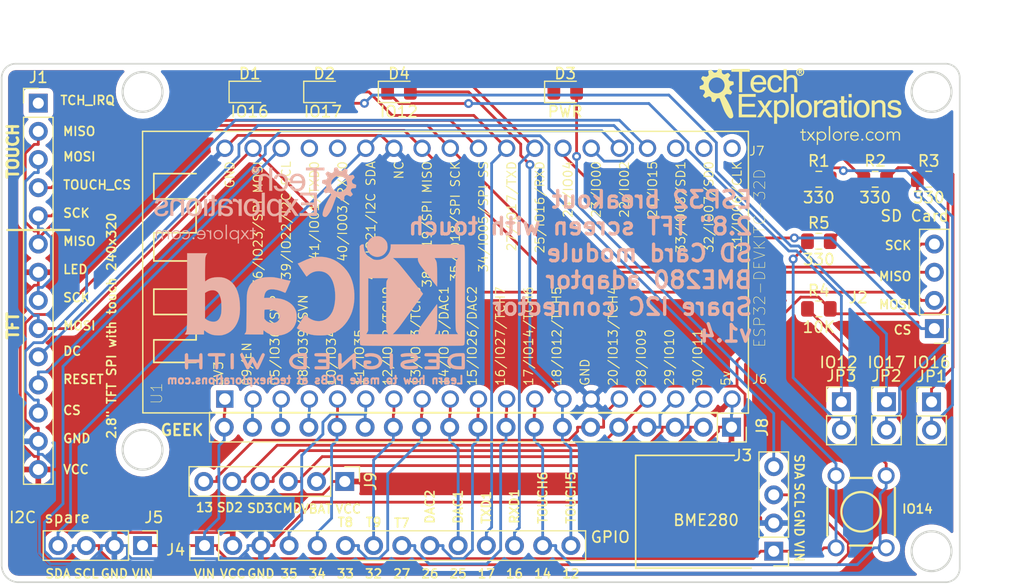
<source format=kicad_pcb>
(kicad_pcb (version 20171130) (host pcbnew 5.1.1-8be2ce7~80~ubuntu18.04.1)
  (title_block (rev 1.3))
  (layers (0 F.Cu signal) (31 B.Cu signal) (34 B.Paste user) (35 F.Paste user) (36 B.SilkS user) (37 F.SilkS user) (38 B.Mask user) (39 F.Mask user) (44 Edge.Cuts user))
  (net 0 "")
  (net 1 /TOUCH_IRQ)
  (net 2 /MISO)
  (net 3 /MOSI)
  (net 4 /TOUCH_CS)
  (net 5 /SCK)
  (net 6 /VCC)
  (net 7 /TFT_DC)
  (net 8 /TFT_RESET)
  (net 9 /TFT_CS)
  (net 10 /SD_CS)
  (net 11 /SDA)
  (net 12 /SCL)
  (net 13 /VIN)
  (net 14 /IO34)
  (net 15 /IO35)
  (net 16 /IO32)
  (net 17 /IO33)
  (net 18 /IO25)
  (net 19 /IO26)
  (net 20 /IO27)
  (net 21 /IO14)
  (net 22 /IO12)
  (net 23 /IO17)
  (net 24 /IO16)
  (net 25 "Net-(JP1-Pad2)")
  (net 26 GNDPWR)
  (net 27 "Net-(D1-Pad1)")
  (net 28 "Net-(JP2-Pad2)")
  (net 29 "Net-(D3-Pad1)")
  (net 30 "Net-(JP3-Pad2)")
  (net 31 "Net-(D2-Pad1)")
  (net 32 "Net-(D4-Pad1)")
  (net 33 /EN)
  (net 34 /SENSOR_VP)
  (net 35 /SENSOR_VN)
  (net 36 /IO13)
  (net 37 /SD2)
  (net 38 /SD3)
  (net 39 /CMD)
  (net 40 /TXD0)
  (net 41 /RXD0)
  (net 42 /SD1)
  (net 43 /SD0)
  (net 44 /CLK)
  (net 45 /VBAT)
  (module Connector_PinHeader_2.54mm:PinHeader_1x06_P2.54mm_Vertical (layer F.Cu) (at 132.524 112.586 270)
    (fp_text reference J9 (at 0 -2.33 90) (layer F.SilkS))
    (fp_text value Conn_01x06_Female)
    (pad 6 thru_hole oval (at 0 12.7 270) (size 1.7 1.7) (drill 1) (layers *.Cu *.Mask) (net 36 /IO13))
    (pad 5 thru_hole oval (at 0 10.16 270) (size 1.7 1.7) (drill 1) (layers *.Cu *.Mask) (net 37 /SD2))
    (pad 4 thru_hole oval (at 0 7.62 270) (size 1.7 1.7) (drill 1) (layers *.Cu *.Mask) (net 38 /SD3))
    (pad 3 thru_hole oval (at 0 5.08 270) (size 1.7 1.7) (drill 1) (layers *.Cu *.Mask) (net 39 /CMD))
    (pad 2 thru_hole oval (at 0 2.54 270) (size 1.7 1.7) (drill 1) (layers *.Cu *.Mask) (net 45 /VBAT))
    (pad 1 thru_hole rect (at 0 0 270) (size 1.7 1.7) (drill 1) (layers *.Cu *.Mask) (net 6 /VCC))
  )
  (module Connector_PinSocket_2.54mm:PinSocket_1x19_P2.54mm_Vertical (layer F.Cu) (at 167.386 107.696 270)
    (fp_text reference J8 (at 0 -2.77 90) (layer F.SilkS))
    (fp_text value "Left devkit GEEKNET")
    (pad 19 thru_hole oval (at 0 45.72 270) (size 1.7 1.7) (drill 1) (layers *.Cu *.Mask) (net 13 /VIN))
    (pad 18 thru_hole oval (at 0 43.18 270) (size 1.7 1.7) (drill 1) (layers *.Cu *.Mask) (net 33 /EN))
    (pad 17 thru_hole oval (at 0 40.64 270) (size 1.7 1.7) (drill 1) (layers *.Cu *.Mask) (net 34 /SENSOR_VP))
    (pad 16 thru_hole oval (at 0 38.1 270) (size 1.7 1.7) (drill 1) (layers *.Cu *.Mask) (net 35 /SENSOR_VN))
    (pad 15 thru_hole oval (at 0 35.56 270) (size 1.7 1.7) (drill 1) (layers *.Cu *.Mask) (net 14 /IO34))
    (pad 14 thru_hole oval (at 0 33.02 270) (size 1.7 1.7) (drill 1) (layers *.Cu *.Mask) (net 15 /IO35))
    (pad 13 thru_hole oval (at 0 30.48 270) (size 1.7 1.7) (drill 1) (layers *.Cu *.Mask) (net 16 /IO32))
    (pad 12 thru_hole oval (at 0 27.94 270) (size 1.7 1.7) (drill 1) (layers *.Cu *.Mask) (net 17 /IO33))
    (pad 11 thru_hole oval (at 0 25.4 270) (size 1.7 1.7) (drill 1) (layers *.Cu *.Mask) (net 18 /IO25))
    (pad 10 thru_hole oval (at 0 22.86 270) (size 1.7 1.7) (drill 1) (layers *.Cu *.Mask) (net 19 /IO26))
    (pad 9 thru_hole oval (at 0 20.32 270) (size 1.7 1.7) (drill 1) (layers *.Cu *.Mask) (net 20 /IO27))
    (pad 8 thru_hole oval (at 0 17.78 270) (size 1.7 1.7) (drill 1) (layers *.Cu *.Mask) (net 21 /IO14))
    (pad 7 thru_hole oval (at 0 15.24 270) (size 1.7 1.7) (drill 1) (layers *.Cu *.Mask) (net 22 /IO12))
    (pad 6 thru_hole oval (at 0 12.7 270) (size 1.7 1.7) (drill 1) (layers *.Cu *.Mask) (net 36 /IO13))
    (pad 5 thru_hole oval (at 0 10.16 270) (size 1.7 1.7) (drill 1) (layers *.Cu *.Mask) (net 37 /SD2))
    (pad 4 thru_hole oval (at 0 7.62 270) (size 1.7 1.7) (drill 1) (layers *.Cu *.Mask) (net 38 /SD3))
    (pad 3 thru_hole oval (at 0 5.08 270) (size 1.7 1.7) (drill 1) (layers *.Cu *.Mask) (net 39 /CMD))
    (pad 2 thru_hole oval (at 0 2.54 270) (size 1.7 1.7) (drill 1) (layers *.Cu *.Mask) (net 45 /VBAT))
    (pad 1 thru_hole rect (at 0 0 270) (size 1.7 1.7) (drill 1) (layers *.Cu *.Mask) (net 6 /VCC))
  )
  (module Custom_project_footprints:MODULE_ESP32-DEVKITC_PD (layer F.Cu) (at 141.478 92.456 90)
    (fp_text reference U1 (at -12.192 -25.908 90) (layer F.SilkS) (effects (font (size 1.00039 1.00039) (thickness 0.05))))
    (fp_text value ESP32-DEVKITC-32D (at 0 28.448 90) (layer F.SilkS) (effects (font (size 1.00105 1.00105) (thickness 0.05))))
    (fp_text user 3V3 (at -10.401143 -20.32 90) (layer F.SilkS) (effects (font (size 0.8 0.8) (thickness 0.1))))
    (fp_text user GND (at 7.52419 -19.304 90) (layer F.SilkS) (effects (font (size 0.8 0.8) (thickness 0.1))))
    (fp_text user 09/EN (at -9.544 -17.78 90) (layer F.SilkS) (effects (font (size 0.8 0.8) (thickness 0.1))))
    (fp_text user 05/IO36/SVP (at -7.410667 -15.24 90) (layer F.SilkS) (effects (font (size 0.8 0.8) (thickness 0.1))))
    (fp_text user 08/IO39/SVN (at -7.39162 -12.7 90) (layer F.SilkS) (effects (font (size 0.8 0.8) (thickness 0.1))))
    (fp_text user 10/IO34 (at -8.953524 -10.16 90) (layer F.SilkS) (effects (font (size 0.8 0.8) (thickness 0.1))))
    (fp_text user 11/IO35 (at -8.953524 -7.62 90) (layer F.SilkS) (effects (font (size 0.8 0.8) (thickness 0.1))))
    (fp_text user 12/IO32/TCH9 (at -7.029715 -5.08 90) (layer F.SilkS) (effects (font (size 0.8 0.8) (thickness 0.1))))
    (fp_text user 13/IO33/TCH8 (at -7.029715 -2.54 90) (layer F.SilkS) (effects (font (size 0.8 0.8) (thickness 0.1))))
    (fp_text user 14/IO25/DAC1 (at -7.010667 0 90) (layer F.SilkS) (effects (font (size 0.8 0.8) (thickness 0.1))))
    (fp_text user 15/IO26/DAC2 (at -7.010667 2.54 90) (layer F.SilkS) (effects (font (size 0.8 0.8) (thickness 0.1))))
    (fp_text user 16/IO27/TCH7 (at -7.029715 5.08 90) (layer F.SilkS) (effects (font (size 0.8 0.8) (thickness 0.1))))
    (fp_text user 17/IO14/TCH6 (at -7.029715 7.62 90) (layer F.SilkS) (effects (font (size 0.8 0.8) (thickness 0.1))))
    (fp_text user 18/IO12/TCH5 (at -7.029715 10.16 90) (layer F.SilkS) (effects (font (size 0.8 0.8) (thickness 0.1))))
    (fp_text user GND (at -10.286858 12.7 90) (layer F.SilkS) (effects (font (size 0.8 0.8) (thickness 0.1))))
    (fp_text user 20/IO13/TCH4 (at -7.029715 15.24 90) (layer F.SilkS) (effects (font (size 0.8 0.8) (thickness 0.1))))
    (fp_text user 28/IO09 (at -8.953524 17.78 90) (layer F.SilkS) (effects (font (size 0.8 0.8) (thickness 0.1))))
    (fp_text user 29/IO10 (at -8.953524 20.32 90) (layer F.SilkS) (effects (font (size 0.8 0.8) (thickness 0.1))))
    (fp_text user 30/IO11 (at -8.953524 22.86 90) (layer F.SilkS) (effects (font (size 0.8 0.8) (thickness 0.1))))
    (fp_text user 5v (at -10.820191 25.4 90) (layer F.SilkS) (effects (font (size 0.8 0.8) (thickness 0.1))))
    (fp_text user "35/IO18/SPI SCK" (at 3.314666 1.016 90) (layer F.SilkS) (effects (font (size 0.8 0.8) (thickness 0.1))))
    (fp_text user "38/IO19/SPI MISO" (at 3.048 -1.524 90) (layer F.SilkS) (effects (font (size 0.8 0.8) (thickness 0.1))))
    (fp_text user 21/IO15 (at 6.190857 18.796 90) (layer F.SilkS) (effects (font (size 0.8 0.8) (thickness 0.1))))
    (fp_text user "36/IO23/SPI MOSI" (at 3.048 -16.764 90) (layer F.SilkS) (effects (font (size 0.8 0.8) (thickness 0.1))))
    (fp_text user "39/IO22/I2C SCL" (at 3.390857 -14.224 90) (layer F.SilkS) (effects (font (size 0.8 0.8) (thickness 0.1))))
    (fp_text user 41/IO01/TXD0 (at 4.305143 -11.684 90) (layer F.SilkS) (effects (font (size 0.8 0.8) (thickness 0.1))))
    (fp_text user 33/IO08/SD1 (at 4.609904 21.336 90) (layer F.SilkS) (effects (font (size 0.8 0.8) (thickness 0.1))))
    (fp_text user 31/IO06/CLK (at 4.648 26.416 90) (layer F.SilkS) (effects (font (size 0.8 0.8) (thickness 0.1))))
    (fp_text user "34/IO05/SPI SS" (at 3.733714 3.556 90) (layer F.SilkS) (effects (font (size 0.8 0.8) (thickness 0.1))))
    (fp_text user 27/IO17/TXD (at 4.686095 6.096 90) (layer F.SilkS) (effects (font (size 0.8 0.8) (thickness 0.1))))
    (fp_text user 25/IO16/RXD (at 4.590857 8.636 90) (layer F.SilkS) (effects (font (size 0.8 0.8) (thickness 0.1))))
    (fp_text user 40/IO03/RXD0 (at 4.209904 -9.144 90) (layer F.SilkS) (effects (font (size 0.8 0.8) (thickness 0.1))))
    (fp_text user "42/IO21/I2C SDA" (at 3.371809 -6.604 90) (layer F.SilkS) (effects (font (size 0.8 0.8) (thickness 0.1))))
    (fp_text user 22/IO02 (at 6.190857 16.256 90) (layer F.SilkS) (effects (font (size 0.8 0.8) (thickness 0.1))))
    (fp_text user 32/IO07/SD0 (at 4.609904 23.876 90) (layer F.SilkS) (effects (font (size 0.8 0.8) (thickness 0.1))))
    (fp_text user 24/IO04 (at 6.190857 11.176 90) (layer F.SilkS) (effects (font (size 0.8 0.8) (thickness 0.1))))
    (fp_text user 23/IO00 (at 6.190857 13.716 90) (layer F.SilkS) (effects (font (size 0.8 0.8) (thickness 0.1))))
    (fp_text user NC (at 7.92419 -4.064 90) (layer F.SilkS) (effects (font (size 0.8 0.8) (thickness 0.1))))
    (pad 1 thru_hole rect (at -12.7 -19.76 90) (size 1.56 1.56) (drill 1.04) (layers *.Cu *.Mask) (net 13 /VIN))
    (pad 2 thru_hole circle (at -12.7 -17.22 90) (size 1.56 1.56) (drill 1.04) (layers *.Cu *.Mask) (net 33 /EN))
    (pad 19 thru_hole circle (at -12.7 25.96 90) (size 1.56 1.56) (drill 1.04) (layers *.Cu *.Mask) (net 6 /VCC))
    (pad 3 thru_hole circle (at -12.7 -14.68 90) (size 1.56 1.56) (drill 1.04) (layers *.Cu *.Mask) (net 34 /SENSOR_VP))
    (pad 4 thru_hole circle (at -12.7 -12.14 90) (size 1.56 1.56) (drill 1.04) (layers *.Cu *.Mask) (net 35 /SENSOR_VN))
    (pad 5 thru_hole circle (at -12.7 -9.6 90) (size 1.56 1.56) (drill 1.04) (layers *.Cu *.Mask) (net 14 /IO34))
    (pad 6 thru_hole circle (at -12.7 -7.06 90) (size 1.56 1.56) (drill 1.04) (layers *.Cu *.Mask) (net 15 /IO35))
    (pad 7 thru_hole circle (at -12.7 -4.52 90) (size 1.56 1.56) (drill 1.04) (layers *.Cu *.Mask) (net 16 /IO32))
    (pad 8 thru_hole circle (at -12.7 -1.98 90) (size 1.56 1.56) (drill 1.04) (layers *.Cu *.Mask) (net 17 /IO33))
    (pad 9 thru_hole circle (at -12.7 0.56 90) (size 1.56 1.56) (drill 1.04) (layers *.Cu *.Mask) (net 18 /IO25))
    (pad 10 thru_hole circle (at -12.7 3.1 90) (size 1.56 1.56) (drill 1.04) (layers *.Cu *.Mask) (net 19 /IO26))
    (pad 11 thru_hole circle (at -12.7 5.64 90) (size 1.56 1.56) (drill 1.04) (layers *.Cu *.Mask) (net 20 /IO27))
    (pad 12 thru_hole circle (at -12.7 8.18 90) (size 1.56 1.56) (drill 1.04) (layers *.Cu *.Mask) (net 21 /IO14))
    (pad 13 thru_hole circle (at -12.7 10.72 90) (size 1.56 1.56) (drill 1.04) (layers *.Cu *.Mask) (net 22 /IO12))
    (pad 14 thru_hole circle (at -12.7 13.26 90) (size 1.56 1.56) (drill 1.04) (layers *.Cu *.Mask) (net 26 GNDPWR))
    (pad 15 thru_hole circle (at -12.7 15.8 90) (size 1.56 1.56) (drill 1.04) (layers *.Cu *.Mask) (net 36 /IO13))
    (pad 16 thru_hole circle (at -12.7 18.34 90) (size 1.56 1.56) (drill 1.04) (layers *.Cu *.Mask) (net 37 /SD2))
    (pad 17 thru_hole circle (at -12.7 20.88 90) (size 1.56 1.56) (drill 1.04) (layers *.Cu *.Mask) (net 38 /SD3))
    (pad 18 thru_hole circle (at -12.7 23.42 90) (size 1.56 1.56) (drill 1.04) (layers *.Cu *.Mask) (net 39 /CMD))
    (pad 20 thru_hole circle (at 9.906 -19.76 90) (size 1.56 1.56) (drill 1.04) (layers *.Cu *.Mask) (net 26 GNDPWR))
    (pad 21 thru_hole circle (at 9.906 -17.22 90) (size 1.56 1.56) (drill 1.04) (layers *.Cu *.Mask) (net 3 /MOSI))
    (pad 22 thru_hole circle (at 9.906 -14.68 90) (size 1.56 1.56) (drill 1.04) (layers *.Cu *.Mask) (net 12 /SCL))
    (pad 23 thru_hole circle (at 9.906 -12.14 90) (size 1.56 1.56) (drill 1.04) (layers *.Cu *.Mask) (net 40 /TXD0))
    (pad 24 thru_hole circle (at 9.906 -9.6 90) (size 1.56 1.56) (drill 1.04) (layers *.Cu *.Mask) (net 41 /RXD0))
    (pad 25 thru_hole circle (at 9.906 -7.06 90) (size 1.56 1.56) (drill 1.04) (layers *.Cu *.Mask) (net 11 /SDA))
    (pad 26 thru_hole circle (at 9.906 -4.52 90) (size 1.56 1.56) (drill 1.04) (layers *.Cu *.Mask) (net 26 GNDPWR))
    (pad 27 thru_hole circle (at 9.906 -1.98 90) (size 1.56 1.56) (drill 1.04) (layers *.Cu *.Mask) (net 2 /MISO))
    (pad 28 thru_hole circle (at 9.906 0.56 90) (size 1.56 1.56) (drill 1.04) (layers *.Cu *.Mask) (net 5 /SCK))
    (pad 29 thru_hole circle (at 9.906 3.1 90) (size 1.56 1.56) (drill 1.04) (layers *.Cu *.Mask) (net 4 /TOUCH_CS))
    (pad 30 thru_hole circle (at 9.906 5.64 90) (size 1.56 1.56) (drill 1.04) (layers *.Cu *.Mask) (net 23 /IO17))
    (pad 31 thru_hole circle (at 9.906 8.18 90) (size 1.56 1.56) (drill 1.04) (layers *.Cu *.Mask) (net 24 /IO16))
    (pad 32 thru_hole circle (at 9.906 10.72 90) (size 1.56 1.56) (drill 1.04) (layers *.Cu *.Mask) (net 10 /SD_CS))
    (pad 33 thru_hole circle (at 9.906 13.26 90) (size 1.56 1.56) (drill 1.04) (layers *.Cu *.Mask) (net 7 /TFT_DC))
    (pad 34 thru_hole circle (at 9.906 15.8 90) (size 1.56 1.56) (drill 1.04) (layers *.Cu *.Mask) (net 8 /TFT_RESET))
    (pad 35 thru_hole circle (at 9.906 18.34 90) (size 1.56 1.56) (drill 1.04) (layers *.Cu *.Mask) (net 9 /TFT_CS))
    (pad 36 thru_hole circle (at 9.906 20.88 90) (size 1.56 1.56) (drill 1.04) (layers *.Cu *.Mask) (net 42 /SD1))
    (pad 37 thru_hole circle (at 9.906 23.42 90) (size 1.56 1.56) (drill 1.04) (layers *.Cu *.Mask) (net 43 /SD0))
    (pad 38 thru_hole circle (at 9.906 25.96 90) (size 1.56 1.56) (drill 1.04) (layers *.Cu *.Mask) (net 44 /CLK))
  )
  (module "BC Miniproject SMD v5 (KiCad 5):SW_PUSHBUTTON_PTH_PD" (layer F.Cu) (at 179.07 115.062)
    (fp_text reference SW1)
    (fp_text value SW_DPST hide)
    (pad 3 thru_hole oval (at 2.2606 -2.9972 90) (size 1.524 1.524) (drill 1.016) (layers *.Cu *.Mask) (net 21 /IO14))
    (pad 4 thru_hole oval (at 2.2606 3.5052 90) (size 1.524 1.524) (drill 1.016) (layers *.Cu *.Mask) (net 21 /IO14))
    (pad 1 thru_hole oval (at -2.2606 -2.9972 90) (size 1.524 1.524) (drill 1.016) (layers *.Cu *.Mask) (net 13 /VIN))
    (pad 2 thru_hole oval (at -2.2606 3.5052 90) (size 1.524 1.524) (drill 1.016) (layers *.Cu *.Mask) (net 13 /VIN))
  )
  (module Connector_PinHeader_2.54mm:PinHeader_1x02_P2.54mm_Vertical (layer F.Cu) (at 177.292 105.4)
    (fp_text reference JP3 (at 0 -2.33) (layer F.SilkS))
    (fp_text value IO12 (at -0.254 -3.546) (layer F.SilkS))
    (pad 2 thru_hole oval (at 0 2.54) (size 1.7 1.7) (drill 1) (layers *.Cu *.Mask) (net 30 "Net-(JP3-Pad2)"))
    (pad 1 thru_hole rect (at 0 0) (size 1.7 1.7) (drill 1) (layers *.Cu *.Mask) (net 32 "Net-(D4-Pad1)"))
  )
  (module Connector_PinHeader_2.54mm:PinHeader_1x02_P2.54mm_Vertical (layer F.Cu) (at 181.356 105.4)
    (fp_text reference JP2 (at 0 -2.33) (layer F.SilkS))
    (fp_text value IO17 (at 0 -3.546 180) (layer F.SilkS))
    (pad 1 thru_hole rect (at 0 0) (size 1.7 1.7) (drill 1) (layers *.Cu *.Mask) (net 31 "Net-(D2-Pad1)"))
    (pad 2 thru_hole oval (at 0 2.54) (size 1.7 1.7) (drill 1) (layers *.Cu *.Mask) (net 28 "Net-(JP2-Pad2)"))
  )
  (module LED_SMD:LED_0805_2012Metric_Pad1.15x1.40mm_HandSolder (layer F.Cu) (at 137.414 77.47)
    (fp_text reference D4 (at 0 -1.65) (layer F.SilkS))
    (fp_text value IO12 (at 0 1.778) (layer F.SilkS))
    (pad 1 smd roundrect (at -1.025 0) (size 1.15 1.4) (layers F.Cu F.Paste F.Mask) (roundrect_rratio 0.217391) (net 32 "Net-(D4-Pad1)"))
    (pad 2 smd roundrect (at 1.025 0) (size 1.15 1.4) (layers F.Cu F.Paste F.Mask) (roundrect_rratio 0.217391) (net 22 /IO12))
  )
  (module LED_SMD:LED_0805_2012Metric_Pad1.15x1.40mm_HandSolder (layer F.Cu) (at 152.4 77.47)
    (fp_text reference D3 (at 0 -1.65) (layer F.SilkS))
    (fp_text value PWR (at 0 1.778) (layer F.SilkS))
    (pad 2 smd roundrect (at 1.025 0) (size 1.15 1.4) (layers F.Cu F.Paste F.Mask) (roundrect_rratio 0.217391) (net 13 /VIN))
    (pad 1 smd roundrect (at -1.025 0) (size 1.15 1.4) (layers F.Cu F.Paste F.Mask) (roundrect_rratio 0.217391) (net 29 "Net-(D3-Pad1)"))
  )
  (module LED_SMD:LED_0805_2012Metric_Pad1.15x1.40mm_HandSolder (layer F.Cu) (at 130.688 77.47)
    (fp_text reference D2 (at 0 -1.65) (layer F.SilkS))
    (fp_text value IO17 (at -0.132 1.778) (layer F.SilkS))
    (pad 1 smd roundrect (at -1.025 0) (size 1.15 1.4) (layers F.Cu F.Paste F.Mask) (roundrect_rratio 0.217391) (net 31 "Net-(D2-Pad1)"))
    (pad 2 smd roundrect (at 1.025 0) (size 1.15 1.4) (layers F.Cu F.Paste F.Mask) (roundrect_rratio 0.217391) (net 23 /IO17))
  )
  (module Resistor_SMD:R_0805_2012Metric_Pad1.15x1.40mm_HandSolder (layer F.Cu) (at 175.26 90.932)
    (fp_text reference R5 (at 0 -1.65) (layer F.SilkS))
    (fp_text value 330 (at 0 1.65) (layer F.SilkS))
    (pad 2 smd roundrect (at 1.025 0) (size 1.15 1.4) (layers F.Cu F.Paste F.Mask) (roundrect_rratio 0.217391) (net 26 GNDPWR))
    (pad 1 smd roundrect (at -1.025 0) (size 1.15 1.4) (layers F.Cu F.Paste F.Mask) (roundrect_rratio 0.217391) (net 30 "Net-(JP3-Pad2)"))
  )
  (module Resistor_SMD:R_0805_2012Metric_Pad1.15x1.40mm_HandSolder (layer F.Cu) (at 180.34 85.344)
    (fp_text reference R2 (at 0 -1.65) (layer F.SilkS))
    (fp_text value 330 (at 0 1.65) (layer F.SilkS))
    (pad 1 smd roundrect (at -1.025 0) (size 1.15 1.4) (layers F.Cu F.Paste F.Mask) (roundrect_rratio 0.217391) (net 29 "Net-(D3-Pad1)"))
    (pad 2 smd roundrect (at 1.025 0) (size 1.15 1.4) (layers F.Cu F.Paste F.Mask) (roundrect_rratio 0.217391) (net 26 GNDPWR))
  )
  (module Resistor_SMD:R_0805_2012Metric_Pad1.15x1.40mm_HandSolder (layer F.Cu) (at 185.166 85.344)
    (fp_text reference R3 (at 0 -1.65) (layer F.SilkS))
    (fp_text value 330 (at 0 1.65) (layer F.SilkS))
    (pad 2 smd roundrect (at 1.025 0) (size 1.15 1.4) (layers F.Cu F.Paste F.Mask) (roundrect_rratio 0.217391) (net 26 GNDPWR))
    (pad 1 smd roundrect (at -1.025 0) (size 1.15 1.4) (layers F.Cu F.Paste F.Mask) (roundrect_rratio 0.217391) (net 28 "Net-(JP2-Pad2)"))
  )
  (module Resistor_SMD:R_0805_2012Metric_Pad1.15x1.40mm_HandSolder (layer F.Cu) (at 175.26 97.028)
    (fp_text reference R4 (at 0 -1.65) (layer F.SilkS))
    (fp_text value 10K (at 0 1.65) (layer F.SilkS))
    (pad 1 smd roundrect (at -1.025 0) (size 1.15 1.4) (layers F.Cu F.Paste F.Mask) (roundrect_rratio 0.217391) (net 21 /IO14))
    (pad 2 smd roundrect (at 1.025 0) (size 1.15 1.4) (layers F.Cu F.Paste F.Mask) (roundrect_rratio 0.217391) (net 26 GNDPWR))
  )
  (module LED_SMD:LED_0805_2012Metric_Pad1.15x1.40mm_HandSolder (layer F.Cu) (at 123.961 77.47)
    (fp_text reference D1 (at 0 -1.65) (layer F.SilkS))
    (fp_text value IO16 (at -0.009 1.778) (layer F.SilkS))
    (pad 2 smd roundrect (at 1.025 0) (size 1.15 1.4) (layers F.Cu F.Paste F.Mask) (roundrect_rratio 0.217391) (net 24 /IO16))
    (pad 1 smd roundrect (at -1.025 0) (size 1.15 1.4) (layers F.Cu F.Paste F.Mask) (roundrect_rratio 0.217391) (net 27 "Net-(D1-Pad1)"))
  )
  (module Resistor_SMD:R_0805_2012Metric_Pad1.15x1.40mm_HandSolder (layer F.Cu) (at 175.26 85.344)
    (fp_text reference R1 (at 0 -1.65) (layer F.SilkS))
    (fp_text value 330 (at 0 1.65) (layer F.SilkS))
    (pad 2 smd roundrect (at 1.025 0) (size 1.15 1.4) (layers F.Cu F.Paste F.Mask) (roundrect_rratio 0.217391) (net 26 GNDPWR))
    (pad 1 smd roundrect (at -1.025 0) (size 1.15 1.4) (layers F.Cu F.Paste F.Mask) (roundrect_rratio 0.217391) (net 25 "Net-(JP1-Pad2)"))
  )
  (module Connector_PinHeader_2.54mm:PinHeader_1x02_P2.54mm_Vertical (layer F.Cu) (at 185.42 105.41)
    (fp_text reference JP1 (at 0 -2.286) (layer F.SilkS))
    (fp_text value IO16 (at 0 -3.556 180) (layer F.SilkS))
    (pad 1 thru_hole rect (at 0 0) (size 1.7 1.7) (drill 1) (layers *.Cu *.Mask) (net 27 "Net-(D1-Pad1)"))
    (pad 2 thru_hole oval (at 0 2.54) (size 1.7 1.7) (drill 1) (layers *.Cu *.Mask) (net 25 "Net-(JP1-Pad2)"))
  )
  (module Connector_PinHeader_2.54mm:PinHeader_1x14_P2.54mm_Vertical (layer F.Cu) (at 119.888 118.364 90)
    (fp_text reference J4 (at -0.381 -2.6035 180) (layer F.SilkS))
    (fp_text value GPIO (at 0.762 36.576 180) (layer F.SilkS))
    (pad 1 thru_hole rect (at 0 0 90) (size 1.7 1.7) (drill 1) (layers *.Cu *.Mask) (net 13 /VIN))
    (pad 2 thru_hole oval (at 0 2.54 90) (size 1.7 1.7) (drill 1) (layers *.Cu *.Mask) (net 6 /VCC))
    (pad 3 thru_hole oval (at 0 5.08 90) (size 1.7 1.7) (drill 1) (layers *.Cu *.Mask) (net 26 GNDPWR))
    (pad 4 thru_hole oval (at 0 7.62 90) (size 1.7 1.7) (drill 1) (layers *.Cu *.Mask) (net 15 /IO35))
    (pad 5 thru_hole oval (at 0 10.16 90) (size 1.7 1.7) (drill 1) (layers *.Cu *.Mask) (net 14 /IO34))
    (pad 6 thru_hole oval (at 0 12.7 90) (size 1.7 1.7) (drill 1) (layers *.Cu *.Mask) (net 17 /IO33))
    (pad 7 thru_hole oval (at 0 15.24 90) (size 1.7 1.7) (drill 1) (layers *.Cu *.Mask) (net 16 /IO32))
    (pad 8 thru_hole oval (at 0 17.78 90) (size 1.7 1.7) (drill 1) (layers *.Cu *.Mask) (net 20 /IO27))
    (pad 9 thru_hole oval (at 0 20.32 90) (size 1.7 1.7) (drill 1) (layers *.Cu *.Mask) (net 19 /IO26))
    (pad 10 thru_hole oval (at 0 22.86 90) (size 1.7 1.7) (drill 1) (layers *.Cu *.Mask) (net 18 /IO25))
    (pad 11 thru_hole oval (at 0 25.4 90) (size 1.7 1.7) (drill 1) (layers *.Cu *.Mask) (net 23 /IO17))
    (pad 12 thru_hole oval (at 0 27.94 90) (size 1.7 1.7) (drill 1) (layers *.Cu *.Mask) (net 24 /IO16))
    (pad 13 thru_hole oval (at 0 30.48 90) (size 1.7 1.7) (drill 1) (layers *.Cu *.Mask) (net 21 /IO14))
    (pad 14 thru_hole oval (at 0 33.02 90) (size 1.7 1.7) (drill 1) (layers *.Cu *.Mask) (net 22 /IO12))
  )
  (module Connector_PinHeader_2.54mm:PinHeader_1x04_P2.54mm_Vertical (layer F.Cu) (at 114.3 118.364 270)
    (fp_text reference J5 (at -2.54 -1.016) (layer F.SilkS))
    (fp_text value "I2C spare" (at -2.54 8.382) (layer F.SilkS))
    (pad 1 thru_hole rect (at 0 0 270) (size 1.7 1.7) (drill 1) (layers *.Cu *.Mask) (net 13 /VIN))
    (pad 2 thru_hole oval (at 0 2.54 270) (size 1.7 1.7) (drill 1) (layers *.Cu *.Mask) (net 26 GNDPWR))
    (pad 3 thru_hole oval (at 0 5.08 270) (size 1.7 1.7) (drill 1) (layers *.Cu *.Mask) (net 12 /SCL))
    (pad 4 thru_hole oval (at 0 7.62 270) (size 1.7 1.7) (drill 1) (layers *.Cu *.Mask) (net 11 /SDA))
  )
  (module Connector_PinHeader_2.54mm:PinHeader_1x14_P2.54mm_Vertical (layer F.Cu) (at 104.902 78.486)
    (fp_text reference J1 (at 0 -2.33) (layer F.SilkS))
    (fp_text value "2.8\" TFT SPI with touch 240x320" (at 6.604 20.066 90) (layer F.SilkS) (effects (font (size 0.8 0.8))))
    (pad 1 thru_hole rect (at 0 0) (size 1.7 1.7) (drill 1) (layers *.Cu *.Mask) (net 1 /TOUCH_IRQ))
    (pad 2 thru_hole oval (at 0 2.54) (size 1.7 1.7) (drill 1) (layers *.Cu *.Mask) (net 2 /MISO))
    (pad 3 thru_hole oval (at 0 5.08) (size 1.7 1.7) (drill 1) (layers *.Cu *.Mask) (net 3 /MOSI))
    (pad 4 thru_hole oval (at 0 7.62) (size 1.7 1.7) (drill 1) (layers *.Cu *.Mask) (net 4 /TOUCH_CS))
    (pad 5 thru_hole oval (at 0 10.16) (size 1.7 1.7) (drill 1) (layers *.Cu *.Mask) (net 5 /SCK))
    (pad 6 thru_hole oval (at 0 12.7) (size 1.7 1.7) (drill 1) (layers *.Cu *.Mask) (net 2 /MISO))
    (pad 7 thru_hole oval (at 0 15.24) (size 1.7 1.7) (drill 1) (layers *.Cu *.Mask) (net 6 /VCC))
    (pad 8 thru_hole oval (at 0 17.78) (size 1.7 1.7) (drill 1) (layers *.Cu *.Mask) (net 5 /SCK))
    (pad 9 thru_hole oval (at 0 20.32) (size 1.7 1.7) (drill 1) (layers *.Cu *.Mask) (net 3 /MOSI))
    (pad 10 thru_hole oval (at 0 22.86) (size 1.7 1.7) (drill 1) (layers *.Cu *.Mask) (net 7 /TFT_DC))
    (pad 11 thru_hole oval (at 0 25.4) (size 1.7 1.7) (drill 1) (layers *.Cu *.Mask) (net 8 /TFT_RESET))
    (pad 12 thru_hole oval (at 0 27.94) (size 1.7 1.7) (drill 1) (layers *.Cu *.Mask) (net 9 /TFT_CS))
    (pad 13 thru_hole oval (at 0 30.48) (size 1.7 1.7) (drill 1) (layers *.Cu *.Mask) (net 26 GNDPWR))
    (pad 14 thru_hole oval (at 0 33.02) (size 1.7 1.7) (drill 1) (layers *.Cu *.Mask) (net 6 /VCC))
  )
  (module Connector_PinHeader_2.54mm:PinHeader_1x04_P2.54mm_Vertical (layer F.Cu) (at 185.674 98.806 180)
    (fp_text reference J2 (at 6.858 2.794 180) (layer F.SilkS))
    (fp_text value "SD Card" hide)
    (pad 1 thru_hole rect (at 0 0 180) (size 1.7 1.7) (drill 1) (layers *.Cu *.Mask) (net 10 /SD_CS))
    (pad 2 thru_hole oval (at 0 2.54 180) (size 1.7 1.7) (drill 1) (layers *.Cu *.Mask) (net 3 /MOSI))
    (pad 3 thru_hole oval (at 0 5.08 180) (size 1.7 1.7) (drill 1) (layers *.Cu *.Mask) (net 2 /MISO))
    (pad 4 thru_hole oval (at 0 7.62 180) (size 1.7 1.7) (drill 1) (layers *.Cu *.Mask) (net 5 /SCK))
  )
  (module Connector_PinHeader_2.54mm:PinHeader_1x04_P2.54mm_Vertical (layer F.Cu) (at 171.196 118.872 180)
    (fp_text reference J3 (at 2.794 8.636 180) (layer F.SilkS))
    (fp_text value BME280 (at 6.096 2.794 180) (layer F.SilkS))
    (pad 4 thru_hole oval (at 0 7.62 180) (size 1.7 1.7) (drill 1) (layers *.Cu *.Mask) (net 11 /SDA))
    (pad 3 thru_hole oval (at 0 5.08 180) (size 1.7 1.7) (drill 1) (layers *.Cu *.Mask) (net 12 /SCL))
    (pad 2 thru_hole oval (at 0 2.54 180) (size 1.7 1.7) (drill 1) (layers *.Cu *.Mask) (net 26 GNDPWR))
    (pad 1 thru_hole rect (at 0 0 180) (size 1.7 1.7) (drill 1) (layers *.Cu *.Mask) (net 13 /VIN))
  )
  (module "BC Miniproject SMD v5 (KiCad 5):TE_LOGO_URL_v2" (layer F.Cu) (at 173.609 78.74)
    (fp_text reference G1 hide)
    (fp_text value LOGO hide)
  )
  (module "BC Miniproject SMD v5 (KiCad 5):TE_LOGO_URL_v2" (layer B.Cu) (at 124.46 87.63 180)
    (fp_text reference G2 hide)
    (fp_text value LOGO hide)
  )
  (module Symbol:KiCad-Logo2_12mm_SilkScreen (layer B.Cu) (at 130.7465 96.4565 180)
    (fp_text reference REF1 hide)
    (fp_text value KiCad-Logo2_12mm_SilkScreen hide)
  )
  (gr_text 13 (at 119.888 114.935) (layer F.SilkS) (effects (font (size 0.8 0.8))))
  (gr_text SD2 (at 122.174 114.935) (layer F.SilkS) (effects (font (size 0.8 0.8))))
  (gr_text SD3 (at 124.9045 114.9985) (layer F.SilkS) (effects (font (size 0.8 0.8))))
  (gr_text CMD (at 127.381 114.9985) (layer F.SilkS) (effects (font (size 0.8 0.8))))
  (gr_text VCC (at 132.842 115.062) (layer F.SilkS) (effects (font (size 0.8 0.8))))
  (gr_text VBAT (at 129.9845 115.062) (layer F.SilkS) (effects (font (size 0.8 0.8))))
  (gr_text GEEK (at 117.856 107.95) (layer F.SilkS) (effects (font (size 1 1) (thickness 0.2))))
  (gr_text J7 (at 169.672 82.804) (layer F.SilkS) (effects (font (size 0.8 0.8) (thickness 0.1))))
  (gr_text J6 (at 169.926 103.378) (layer F.SilkS) (effects (font (size 0.8 0.8) (thickness 0.1))))
  (gr_line (start 158.75 120.396) (end 169.164 120.396) (layer F.SilkS) (width 0.15))
  (gr_line (start 158.75 110.236) (end 158.75 120.396) (layer F.SilkS) (width 0.15))
  (gr_line (start 167.64 110.236) (end 158.75 110.236) (layer F.SilkS) (width 0.15))
  (gr_text "Learn how to make PCBs at techexplorations.com" (at 129.8575 103.4415) (layer B.SilkS) (effects (font (size 0.7 0.7) (thickness 0.175)) (justify mirror)))
  (gr_text TOUCH5 (at 152.908 114.046 90) (layer F.SilkS) (effects (font (size 0.8 0.8))))
  (gr_text TOUCH6 (at 150.368 114.046 90) (layer F.SilkS) (effects (font (size 0.8 0.8))))
  (gr_text RXD1 (at 147.828 114.826952 90) (layer F.SilkS) (effects (font (size 0.8 0.8))))
  (gr_text TXD1 (at 145.288 114.922191 90) (layer F.SilkS) (effects (font (size 0.8 0.8))))
  (gr_text DAC1 (at 142.748 114.865048 90) (layer F.SilkS) (effects (font (size 0.8 0.8))))
  (gr_text DAC2 (at 140.208 114.865048 90) (layer F.SilkS) (effects (font (size 0.8 0.8))))
  (gr_text T7 (at 137.668 116.332) (layer F.SilkS) (effects (font (size 0.8 0.8))))
  (gr_text T9 (at 135.128 116.2685) (layer F.SilkS) (effects (font (size 0.8 0.8))))
  (gr_text T8 (at 132.588 116.2685) (layer F.SilkS) (effects (font (size 0.8 0.8))))
  (gr_text IO14 (at 184.15 115.062) (layer F.SilkS) (effects (font (size 0.8 0.8))))
  (gr_text "ESP32 breakout\n2.8\" TFT screen with touch\nSD Card module\nBME280 adaptor\nSpare I2C connector\nv1.4" (at 169.418 93.218) (layer B.SilkS) (effects (font (size 1.5 1.5) (thickness 0.3)) (justify left mirror)))
  (gr_line (start 101.6 113.03) (end 101.6 120.142) (layer Edge.Cuts) (width 0.15))
  (gr_line (start 187.96 113.03) (end 187.96 120.396) (layer Edge.Cuts) (width 0.15))
  (gr_line (start 103.124 121.666) (end 186.69 121.666) (layer Edge.Cuts) (width 0.15))
  (gr_arc (start 103.124 120.142) (end 101.6 120.142) (angle -90) (layer Edge.Cuts) (width 0.15))
  (gr_arc (start 186.69 120.396) (end 186.69 121.666) (angle -90) (layer Edge.Cuts) (width 0.15))
  (gr_text 12 (at 152.908 120.904) (layer F.SilkS) (effects (font (size 0.8 0.8))))
  (gr_text 14 (at 150.368 120.904) (layer F.SilkS) (effects (font (size 0.8 0.8))))
  (gr_text 16 (at 147.828 120.904) (layer F.SilkS) (effects (font (size 0.8 0.8))))
  (gr_text 17 (at 145.288 120.904) (layer F.SilkS) (effects (font (size 0.8 0.8))))
  (gr_text 25 (at 142.748 120.904) (layer F.SilkS) (effects (font (size 0.8 0.8))))
  (gr_text 26 (at 140.208 120.904) (layer F.SilkS) (effects (font (size 0.8 0.8))))
  (gr_text 27 (at 137.668 120.904) (layer F.SilkS) (effects (font (size 0.8 0.8))))
  (gr_text 32 (at 135.128 120.904) (layer F.SilkS) (effects (font (size 0.8 0.8))))
  (gr_text 33 (at 132.588 120.904) (layer F.SilkS) (effects (font (size 0.8 0.8))))
  (gr_text 34 (at 130.048 120.904) (layer F.SilkS) (effects (font (size 0.8 0.8))))
  (gr_text 35 (at 127.508 120.904) (layer F.SilkS) (effects (font (size 0.8 0.8))))
  (gr_text GND (at 124.968 120.904) (layer F.SilkS) (effects (font (size 0.8 0.8))))
  (gr_text VCC (at 122.428 120.904) (layer F.SilkS) (effects (font (size 0.8 0.8))))
  (gr_text VIN (at 119.888 120.904) (layer F.SilkS) (effects (font (size 0.8 0.8))))
  (gr_text VIN (at 114.3 120.904) (layer F.SilkS) (effects (font (size 0.8 0.8))))
  (gr_text SDA (at 106.68 120.904) (layer F.SilkS) (effects (font (size 0.8 0.8))))
  (gr_text GND (at 111.76 120.904) (layer F.SilkS) (effects (font (size 0.8 0.8))))
  (gr_text SCL (at 109.22 120.904) (layer F.SilkS) (effects (font (size 0.8 0.8))))
  (gr_circle (center 114.3 77.47) (end 113.03 78.74) (layer Edge.Cuts) (width 0.2))
  (gr_circle (center 114.3 109.728) (end 113.03 110.998) (layer Edge.Cuts) (width 0.2))
  (gr_circle (center 185.42 118.872) (end 184.15 117.602) (layer Edge.Cuts) (width 0.2))
  (gr_circle (center 185.42 77.47) (end 184.15 78.74) (layer Edge.Cuts) (width 0.2))
  (gr_text VIN (at 173.482 118.872 270) (layer F.SilkS) (effects (font (size 0.8 0.8))))
  (gr_text GND (at 173.482 116.332 270) (layer F.SilkS) (effects (font (size 0.8 0.8))))
  (gr_text SCL (at 173.482 113.792 270) (layer F.SilkS) (effects (font (size 0.8 0.8))))
  (gr_text SDA (at 173.482 111.252 270) (layer F.SilkS) (effects (font (size 0.8 0.8))))
  (gr_text "SD Card" (at 183.896 88.646) (layer F.SilkS) (effects (font (size 1 1))))
  (gr_text CS (at 182.804042 98.92783) (layer F.SilkS) (effects (font (size 0.8 0.8))))
  (gr_text MOSI (at 182.137376 96.64183) (layer F.SilkS) (effects (font (size 0.8 0.8))))
  (gr_text MISO (at 182.137376 94.10183) (layer F.SilkS) (effects (font (size 0.8 0.8))))
  (gr_text SCK (at 182.404042 91.30783) (layer F.SilkS) (effects (font (size 0.8 0.8))))
  (gr_text VCC (at 108.299333 111.506) (layer F.SilkS) (effects (font (size 0.8 0.8))))
  (gr_text GND (at 108.375523 108.712) (layer F.SilkS) (effects (font (size 0.8 0.8))))
  (gr_text CS (at 107.937428 106.172) (layer F.SilkS) (effects (font (size 0.8 0.8))))
  (gr_text RESET (at 108.966 103.378) (layer F.SilkS) (effects (font (size 0.8 0.8))))
  (gr_text DC (at 107.956476 100.838) (layer F.SilkS) (effects (font (size 0.8 0.8))))
  (gr_text MOSI (at 108.604095 98.552) (layer F.SilkS) (effects (font (size 0.8 0.8))))
  (gr_text SCK (at 108.337428 96.012) (layer F.SilkS) (effects (font (size 0.8 0.8))))
  (gr_text LED (at 108.24219 93.472) (layer F.SilkS) (effects (font (size 0.8 0.8))))
  (gr_text MISO (at 108.604095 90.932) (layer F.SilkS) (effects (font (size 0.8 0.8))))
  (gr_text SCK (at 108.337428 88.392) (layer F.SilkS) (effects (font (size 0.8 0.8))))
  (gr_text TOUCH_CS (at 110.204095 85.852) (layer F.SilkS) (effects (font (size 0.8 0.8))))
  (gr_text MOSI (at 108.604095 83.312) (layer F.SilkS) (effects (font (size 0.8 0.8))))
  (gr_text MISO (at 108.585 81.026) (layer F.SilkS) (effects (font (size 0.8 0.8))))
  (gr_text TCH_IRQ (at 109.347 78.232) (layer F.SilkS) (effects (font (size 0.8 0.8))))
  (gr_line (start 102.108 89.916) (end 107.696 89.916) (layer F.SilkS) (width 0.2))
  (gr_text TFT (at 102.616 98.552 90) (layer F.SilkS) (effects (font (size 1 1) (thickness 0.25))))
  (gr_text TOUCH (at 102.616 82.804 90) (layer F.SilkS) (effects (font (size 1 1) (thickness 0.25))))
  (gr_line (start 187.96 113.03) (end 187.96 76.2) (layer Edge.Cuts) (width 0.15))
  (gr_line (start 101.6 76.2) (end 101.6 113.03) (layer Edge.Cuts) (width 0.15))
  (gr_line (start 186.69 74.93) (end 102.87 74.93) (layer Edge.Cuts) (width 0.15))
  (gr_arc (start 186.69 76.2) (end 187.96 76.2) (angle -90) (layer Edge.Cuts) (width 0.15))
  (gr_arc (start 102.87 76.2) (end 102.87 74.93) (angle -90) (layer Edge.Cuts) (width 0.15))
  (segment (start 185.674 93.726) (end 184.4987 93.726) (width 0.25) (layer F.Cu) (net 2))
  (segment (start 184.4987 93.726) (end 150.674 93.726) (width 0.25) (layer F.Cu) (net 2))
  (segment (start 150.674 93.726) (end 139.498 82.55) (width 0.25) (layer F.Cu) (net 2))
  (segment (start 104.902 90.6628) (end 114.6215 80.9433) (width 0.25) (layer F.Cu) (net 2))
  (segment (start 114.6215 80.9433) (end 137.8913 80.9433) (width 0.25) (layer F.Cu) (net 2))
  (segment (start 137.8913 80.9433) (end 139.498 82.55) (width 0.25) (layer F.Cu) (net 2))
  (segment (start 104.902 90.6628) (end 104.902 90.0107) (width 0.25) (layer F.Cu) (net 2))
  (segment (start 104.902 91.186) (end 104.902 90.6628) (width 0.25) (layer F.Cu) (net 2))
  (segment (start 104.902 81.026) (end 104.902 82.2013) (width 0.25) (layer F.Cu) (net 2))
  (segment (start 104.902 90.0107) (end 104.5347 90.0107) (width 0.25) (layer F.Cu) (net 2))
  (segment (start 104.5347 90.0107) (end 103.7267 89.2027) (width 0.25) (layer F.Cu) (net 2))
  (segment (start 103.7267 89.2027) (end 103.7267 83.0092) (width 0.25) (layer F.Cu) (net 2))
  (segment (start 103.7267 83.0092) (end 104.5346 82.2013) (width 0.25) (layer F.Cu) (net 2))
  (segment (start 104.5346 82.2013) (end 104.902 82.2013) (width 0.25) (layer F.Cu) (net 2))
  (segment (start 185.674 96.266) (end 184.4987 96.266) (width 0.25) (layer F.Cu) (net 3))
  (segment (start 184.4987 96.266) (end 183.7532 95.5205) (width 0.25) (layer F.Cu) (net 3))
  (segment (start 183.7532 95.5205) (end 137.2285 95.5205) (width 0.25) (layer F.Cu) (net 3))
  (segment (start 137.2285 95.5205) (end 124.258 82.55) (width 0.25) (layer F.Cu) (net 3))
  (segment (start 104.902 83.566) (end 104.902 84.7413) (width 0.25) (layer B.Cu) (net 3))
  (segment (start 104.902 98.806) (end 104.902 97.6307) (width 0.25) (layer B.Cu) (net 3))
  (segment (start 104.902 97.6307) (end 104.5347 97.6307) (width 0.25) (layer B.Cu) (net 3))
  (segment (start 104.5347 97.6307) (end 103.7267 96.8227) (width 0.25) (layer B.Cu) (net 3))
  (segment (start 103.7267 96.8227) (end 103.7267 85.5492) (width 0.25) (layer B.Cu) (net 3))
  (segment (start 103.7267 85.5492) (end 104.5346 84.7413) (width 0.25) (layer B.Cu) (net 3))
  (segment (start 104.5346 84.7413) (end 104.902 84.7413) (width 0.25) (layer B.Cu) (net 3))
  (segment (start 124.258 82.55) (end 108.002 98.806) (width 0.25) (layer F.Cu) (net 3))
  (segment (start 108.002 98.806) (end 106.0773 98.806) (width 0.25) (layer F.Cu) (net 3))
  (segment (start 104.902 98.806) (end 106.0773 98.806) (width 0.25) (layer F.Cu) (net 3))
  (segment (start 106.0773 86.106) (end 112.1407 80.0426) (width 0.25) (layer F.Cu) (net 4))
  (segment (start 112.1407 80.0426) (end 142.0706 80.0426) (width 0.25) (layer F.Cu) (net 4))
  (segment (start 142.0706 80.0426) (end 144.578 82.55) (width 0.25) (layer F.Cu) (net 4))
  (segment (start 104.902 86.106) (end 106.0773 86.106) (width 0.25) (layer F.Cu) (net 4))
  (segment (start 184.4987 91.186) (end 182.4231 93.2616) (width 0.25) (layer F.Cu) (net 5))
  (segment (start 182.4231 93.2616) (end 152.7496 93.2616) (width 0.25) (layer F.Cu) (net 5))
  (segment (start 152.7496 93.2616) (end 142.038 82.55) (width 0.25) (layer F.Cu) (net 5))
  (segment (start 185.674 91.186) (end 184.4987 91.186) (width 0.25) (layer F.Cu) (net 5))
  (segment (start 142.038 82.55) (end 139.9809 80.4929) (width 0.25) (layer F.Cu) (net 5))
  (segment (start 139.9809 80.4929) (end 114.2304 80.4929) (width 0.25) (layer F.Cu) (net 5))
  (segment (start 114.2304 80.4929) (end 106.0773 88.646) (width 0.25) (layer F.Cu) (net 5))
  (segment (start 104.902 96.266) (end 104.902 95.0907) (width 0.25) (layer B.Cu) (net 5))
  (segment (start 104.902 88.646) (end 104.902 89.8213) (width 0.25) (layer B.Cu) (net 5))
  (segment (start 104.902 89.8213) (end 105.2693 89.8213) (width 0.25) (layer B.Cu) (net 5))
  (segment (start 105.2693 89.8213) (end 106.0773 90.6293) (width 0.25) (layer B.Cu) (net 5))
  (segment (start 106.0773 90.6293) (end 106.0773 94.2828) (width 0.25) (layer B.Cu) (net 5))
  (segment (start 106.0773 94.2828) (end 105.2694 95.0907) (width 0.25) (layer B.Cu) (net 5))
  (segment (start 105.2694 95.0907) (end 104.902 95.0907) (width 0.25) (layer B.Cu) (net 5))
  (segment (start 104.902 88.646) (end 106.0773 88.646) (width 0.25) (layer F.Cu) (net 5))
  (segment (start 122.428 117.1887) (end 125.8554 113.7613) (width 0.25) (layer F.Cu) (net 6))
  (segment (start 125.8554 113.7613) (end 130.5408 113.7613) (width 0.25) (layer F.Cu) (net 6))
  (segment (start 130.5408 113.7613) (end 131.3487 112.9534) (width 0.25) (layer F.Cu) (net 6))
  (segment (start 131.3487 112.9534) (end 131.3487 112.586) (width 0.25) (layer F.Cu) (net 6))
  (segment (start 106.0773 111.506) (end 111.76 117.1887) (width 0.25) (layer F.Cu) (net 6))
  (segment (start 111.76 117.1887) (end 122.428 117.1887) (width 0.25) (layer F.Cu) (net 6))
  (segment (start 122.428 118.364) (end 122.428 117.1887) (width 0.25) (layer F.Cu) (net 6))
  (segment (start 132.524 112.586) (end 131.3487 112.586) (width 0.25) (layer F.Cu) (net 6))
  (segment (start 104.902 94.9013) (end 104.5346 94.9013) (width 0.25) (layer F.Cu) (net 6))
  (segment (start 104.5346 94.9013) (end 103.2764 96.1595) (width 0.25) (layer F.Cu) (net 6))
  (segment (start 103.2764 96.1595) (end 103.2764 109.0724) (width 0.25) (layer F.Cu) (net 6))
  (segment (start 103.2764 109.0724) (end 104.5347 110.3307) (width 0.25) (layer F.Cu) (net 6))
  (segment (start 104.5347 110.3307) (end 104.902 110.3307) (width 0.25) (layer F.Cu) (net 6))
  (segment (start 104.902 93.726) (end 104.902 94.9013) (width 0.25) (layer F.Cu) (net 6))
  (segment (start 104.902 111.506) (end 104.902 110.3307) (width 0.25) (layer F.Cu) (net 6))
  (segment (start 105.316 111.506) (end 104.902 111.506) (width 0.25) (layer F.Cu) (net 6))
  (segment (start 105.316 111.506) (end 106.0773 111.506) (width 0.25) (layer F.Cu) (net 6))
  (segment (start 167.386 107.696) (end 167.386 106.5207) (width 0.25) (layer B.Cu) (net 6))
  (segment (start 167.386 106.5207) (end 167.438 106.4687) (width 0.25) (layer B.Cu) (net 6))
  (segment (start 167.438 106.4687) (end 167.438 105.156) (width 0.25) (layer B.Cu) (net 6))
  (segment (start 167.386 107.696) (end 166.2107 107.696) (width 0.25) (layer F.Cu) (net 6))
  (segment (start 166.2107 107.696) (end 166.2107 108.0633) (width 0.25) (layer F.Cu) (net 6))
  (segment (start 166.2107 108.0633) (end 161.688 112.586) (width 0.25) (layer F.Cu) (net 6))
  (segment (start 161.688 112.586) (end 132.524 112.586) (width 0.25) (layer F.Cu) (net 6))
  (segment (start 104.902 101.346) (end 122.988 83.26) (width 0.25) (layer B.Cu) (net 7))
  (segment (start 122.988 83.26) (end 122.988 82.2076) (width 0.25) (layer B.Cu) (net 7))
  (segment (start 122.988 82.2076) (end 124.6939 80.5017) (width 0.25) (layer B.Cu) (net 7))
  (segment (start 124.6939 80.5017) (end 156.7953 80.5017) (width 0.25) (layer B.Cu) (net 7))
  (segment (start 156.7953 80.5017) (end 158.4599 82.1663) (width 0.25) (layer B.Cu) (net 7))
  (segment (start 158.4599 82.1663) (end 158.4599 82.9396) (width 0.25) (layer B.Cu) (net 7))
  (segment (start 158.4599 82.9396) (end 157.6872 83.7123) (width 0.25) (layer B.Cu) (net 7))
  (segment (start 157.6872 83.7123) (end 155.9003 83.7123) (width 0.25) (layer B.Cu) (net 7))
  (segment (start 155.9003 83.7123) (end 154.738 82.55) (width 0.25) (layer B.Cu) (net 7))
  (segment (start 104.902 103.886) (end 104.902 102.7107) (width 0.25) (layer B.Cu) (net 8))
  (segment (start 104.902 102.7107) (end 105.7257 102.7107) (width 0.25) (layer B.Cu) (net 8))
  (segment (start 105.7257 102.7107) (end 125.3634 83.073) (width 0.25) (layer B.Cu) (net 8))
  (segment (start 125.3634 83.073) (end 125.3634 82.3701) (width 0.25) (layer B.Cu) (net 8))
  (segment (start 125.3634 82.3701) (end 126.7569 80.9766) (width 0.25) (layer B.Cu) (net 8))
  (segment (start 126.7569 80.9766) (end 155.7046 80.9766) (width 0.25) (layer B.Cu) (net 8))
  (segment (start 155.7046 80.9766) (end 157.278 82.55) (width 0.25) (layer B.Cu) (net 8))
  (segment (start 159.818 82.55) (end 157.2899 80.0219) (width 0.25) (layer B.Cu) (net 9))
  (segment (start 157.2899 80.0219) (end 122.6533 80.0219) (width 0.25) (layer B.Cu) (net 9))
  (segment (start 122.6533 80.0219) (end 109.2609 93.4143) (width 0.25) (layer B.Cu) (net 9))
  (segment (start 109.2609 93.4143) (end 109.2609 96.1226) (width 0.25) (layer B.Cu) (net 9))
  (segment (start 109.2609 96.1226) (end 105.3075 100.076) (width 0.25) (layer B.Cu) (net 9))
  (segment (start 105.3075 100.076) (end 104.4887 100.076) (width 0.25) (layer B.Cu) (net 9))
  (segment (start 104.4887 100.076) (end 103.7073 100.8574) (width 0.25) (layer B.Cu) (net 9))
  (segment (start 103.7073 100.8574) (end 103.7073 104.4233) (width 0.25) (layer B.Cu) (net 9))
  (segment (start 103.7073 104.4233) (end 104.5347 105.2507) (width 0.25) (layer B.Cu) (net 9))
  (segment (start 104.5347 105.2507) (end 104.902 105.2507) (width 0.25) (layer B.Cu) (net 9))
  (segment (start 104.902 106.426) (end 104.902 105.2507) (width 0.25) (layer B.Cu) (net 9))
  (segment (start 152.198 82.55) (end 152.198 83.1509) (width 0.25) (layer F.Cu) (net 10))
  (segment (start 152.198 83.1509) (end 159.6822 90.6351) (width 0.25) (layer F.Cu) (net 10))
  (segment (start 159.6822 90.6351) (end 173.0505 90.6351) (width 0.25) (layer F.Cu) (net 10))
  (segment (start 184.4987 98.806) (end 176.3278 90.6351) (width 0.25) (layer B.Cu) (net 10))
  (segment (start 176.3278 90.6351) (end 173.0505 90.6351) (width 0.25) (layer B.Cu) (net 10))
  (segment (start 185.674 98.806) (end 184.4987 98.806) (width 0.25) (layer B.Cu) (net 10))
  (via (at 173.0505 90.6351) (size 0.8) (layers F.Cu B.Cu) (net 10))
  (segment (start 171.196 111.252) (end 171.196 106.4505) (width 0.25) (layer B.Cu) (net 11))
  (segment (start 171.196 106.4505) (end 150.928 86.1825) (width 0.25) (layer B.Cu) (net 11))
  (segment (start 150.928 86.1825) (end 150.928 82.2235) (width 0.25) (layer B.Cu) (net 11))
  (segment (start 150.928 82.2235) (end 150.1315 81.427) (width 0.25) (layer B.Cu) (net 11))
  (segment (start 150.1315 81.427) (end 135.541 81.427) (width 0.25) (layer B.Cu) (net 11))
  (segment (start 135.541 81.427) (end 134.418 82.55) (width 0.25) (layer B.Cu) (net 11))
  (segment (start 106.68 117.1887) (end 107.8058 116.0629) (width 0.25) (layer B.Cu) (net 11))
  (segment (start 107.8058 116.0629) (end 107.8058 109.1622) (width 0.25) (layer B.Cu) (net 11))
  (segment (start 107.8058 109.1622) (end 134.418 82.55) (width 0.25) (layer B.Cu) (net 11))
  (segment (start 106.68 118.364) (end 106.68 117.1887) (width 0.25) (layer B.Cu) (net 11))
  (segment (start 109.22 118.364) (end 110.3953 118.364) (width 0.25) (layer F.Cu) (net 12))
  (segment (start 171.196 113.792) (end 173.5723 113.792) (width 0.25) (layer F.Cu) (net 12))
  (segment (start 173.5723 113.792) (end 177.9178 118.1375) (width 0.25) (layer F.Cu) (net 12))
  (segment (start 177.9178 118.1375) (end 177.9178 119.0925) (width 0.25) (layer F.Cu) (net 12))
  (segment (start 177.9178 119.0925) (end 176.9201 120.0902) (width 0.25) (layer F.Cu) (net 12))
  (segment (start 176.9201 120.0902) (end 111.7542 120.0902) (width 0.25) (layer F.Cu) (net 12))
  (segment (start 111.7542 120.0902) (end 110.3953 118.7313) (width 0.25) (layer F.Cu) (net 12))
  (segment (start 110.3953 118.7313) (end 110.3953 118.364) (width 0.25) (layer F.Cu) (net 12))
  (segment (start 108.0447 118.364) (end 108.0447 118.7313) (width 0.25) (layer B.Cu) (net 12))
  (segment (start 108.0447 118.7313) (end 107.2099 119.5661) (width 0.25) (layer B.Cu) (net 12))
  (segment (start 107.2099 119.5661) (end 106.1691 119.5661) (width 0.25) (layer B.Cu) (net 12))
  (segment (start 106.1691 119.5661) (end 105.4518 118.8488) (width 0.25) (layer B.Cu) (net 12))
  (segment (start 105.4518 118.8488) (end 105.4518 116.2609) (width 0.25) (layer B.Cu) (net 12))
  (segment (start 105.4518 116.2609) (end 107.1304 114.5823) (width 0.25) (layer B.Cu) (net 12))
  (segment (start 107.1304 114.5823) (end 107.1304 102.2176) (width 0.25) (layer B.Cu) (net 12))
  (segment (start 107.1304 102.2176) (end 126.798 82.55) (width 0.25) (layer B.Cu) (net 12))
  (segment (start 109.22 118.364) (end 108.0447 118.364) (width 0.25) (layer B.Cu) (net 12))
  (segment (start 119.888 118.364) (end 121.0633 118.364) (width 0.25) (layer F.Cu) (net 13))
  (segment (start 171.196 118.872) (end 170.0207 118.872) (width 0.25) (layer F.Cu) (net 13))
  (segment (start 170.0207 118.872) (end 169.3534 119.5393) (width 0.25) (layer F.Cu) (net 13))
  (segment (start 169.3534 119.5393) (end 121.8712 119.5393) (width 0.25) (layer F.Cu) (net 13))
  (segment (start 121.8712 119.5393) (end 121.0633 118.7314) (width 0.25) (layer F.Cu) (net 13))
  (segment (start 121.0633 118.7314) (end 121.0633 118.364) (width 0.25) (layer F.Cu) (net 13))
  (segment (start 175.7221 118.5672) (end 175.4173 118.872) (width 0.25) (layer F.Cu) (net 13))
  (segment (start 175.4173 118.872) (end 171.196 118.872) (width 0.25) (layer F.Cu) (net 13))
  (segment (start 176.8094 110.9775) (end 153.425 87.5931) (width 0.25) (layer B.Cu) (net 13))
  (segment (start 153.425 87.5931) (end 153.425 83.2828) (width 0.25) (layer B.Cu) (net 13))
  (segment (start 121.666 107.696) (end 121.666 108.8713) (width 0.25) (layer B.Cu) (net 13))
  (segment (start 119.888 118.364) (end 119.888 117.1887) (width 0.25) (layer B.Cu) (net 13))
  (segment (start 119.888 117.1887) (end 121.179 115.8977) (width 0.25) (layer B.Cu) (net 13))
  (segment (start 121.179 115.8977) (end 121.179 109.3583) (width 0.25) (layer B.Cu) (net 13))
  (segment (start 121.179 109.3583) (end 121.666 108.8713) (width 0.25) (layer B.Cu) (net 13))
  (segment (start 121.666 107.696) (end 121.666 106.5207) (width 0.25) (layer F.Cu) (net 13))
  (segment (start 121.666 106.5207) (end 121.718 106.4687) (width 0.25) (layer F.Cu) (net 13))
  (segment (start 121.718 106.4687) (end 121.718 105.156) (width 0.25) (layer F.Cu) (net 13))
  (segment (start 119.888 118.364) (end 115.4753 118.364) (width 0.25) (layer F.Cu) (net 13))
  (segment (start 114.3 118.364) (end 115.4753 118.364) (width 0.25) (layer F.Cu) (net 13))
  (segment (start 153.425 77.47) (end 153.425 83.2828) (width 0.25) (layer F.Cu) (net 13))
  (segment (start 176.8094 118.5672) (end 176.8094 112.0648) (width 0.25) (layer B.Cu) (net 13))
  (segment (start 176.8094 112.0648) (end 176.8094 110.9775) (width 0.25) (layer B.Cu) (net 13))
  (segment (start 176.8094 118.5672) (end 175.7221 118.5672) (width 0.25) (layer F.Cu) (net 13))
  (via (at 153.425 83.2828) (size 0.8) (layers F.Cu B.Cu) (net 13))
  (segment (start 131.826 107.696) (end 131.826 108.8713) (width 0.25) (layer B.Cu) (net 14))
  (segment (start 130.048 118.364) (end 130.048 117.1887) (width 0.25) (layer B.Cu) (net 14))
  (segment (start 130.048 117.1887) (end 131.339 115.8977) (width 0.25) (layer B.Cu) (net 14))
  (segment (start 131.339 115.8977) (end 131.339 109.3583) (width 0.25) (layer B.Cu) (net 14))
  (segment (start 131.339 109.3583) (end 131.826 108.8713) (width 0.25) (layer B.Cu) (net 14))
  (segment (start 131.826 107.696) (end 131.826 106.5207) (width 0.25) (layer F.Cu) (net 14))
  (segment (start 131.826 106.5207) (end 131.878 106.4687) (width 0.25) (layer F.Cu) (net 14))
  (segment (start 131.878 106.4687) (end 131.878 105.156) (width 0.25) (layer F.Cu) (net 14))
  (segment (start 127.508 118.364) (end 127.508 117.1887) (width 0.25) (layer B.Cu) (net 15))
  (segment (start 127.508 117.1887) (end 128.6478 116.0489) (width 0.25) (layer B.Cu) (net 15))
  (segment (start 128.6478 116.0489) (end 128.6478 110.2344) (width 0.25) (layer B.Cu) (net 15))
  (segment (start 128.6478 110.2344) (end 130.556 108.3262) (width 0.25) (layer B.Cu) (net 15))
  (segment (start 130.556 108.3262) (end 130.556 107.2504) (width 0.25) (layer B.Cu) (net 15))
  (segment (start 130.556 107.2504) (end 131.2857 106.5207) (width 0.25) (layer B.Cu) (net 15))
  (segment (start 131.2857 106.5207) (end 134.366 106.5207) (width 0.25) (layer B.Cu) (net 15))
  (segment (start 134.366 107.696) (end 134.366 106.5207) (width 0.25) (layer B.Cu) (net 15))
  (segment (start 134.366 106.5207) (end 134.418 106.4687) (width 0.25) (layer B.Cu) (net 15))
  (segment (start 134.418 106.4687) (end 134.418 105.156) (width 0.25) (layer B.Cu) (net 15))
  (segment (start 136.906 107.696) (end 136.906 106.5207) (width 0.25) (layer F.Cu) (net 16))
  (segment (start 136.906 106.5207) (end 136.958 106.4687) (width 0.25) (layer F.Cu) (net 16))
  (segment (start 136.958 106.4687) (end 136.958 105.156) (width 0.25) (layer F.Cu) (net 16))
  (segment (start 136.906 107.696) (end 136.906 108.8713) (width 0.25) (layer B.Cu) (net 16))
  (segment (start 135.128 118.364) (end 135.128 110.6493) (width 0.25) (layer B.Cu) (net 16))
  (segment (start 135.128 110.6493) (end 136.906 108.8713) (width 0.25) (layer B.Cu) (net 16))
  (segment (start 139.446 107.696) (end 139.446 106.5207) (width 0.25) (layer F.Cu) (net 17))
  (segment (start 139.446 106.5207) (end 139.498 106.4687) (width 0.25) (layer F.Cu) (net 17))
  (segment (start 139.498 106.4687) (end 139.498 105.156) (width 0.25) (layer F.Cu) (net 17))
  (segment (start 132.588 118.364) (end 133.7633 118.364) (width 0.25) (layer B.Cu) (net 17))
  (segment (start 139.446 107.696) (end 139.446 108.8713) (width 0.25) (layer B.Cu) (net 17))
  (segment (start 139.446 108.8713) (end 136.398 111.9193) (width 0.25) (layer B.Cu) (net 17))
  (segment (start 136.398 111.9193) (end 136.398 118.7639) (width 0.25) (layer B.Cu) (net 17))
  (segment (start 136.398 118.7639) (end 135.6226 119.5393) (width 0.25) (layer B.Cu) (net 17))
  (segment (start 135.6226 119.5393) (end 134.5712 119.5393) (width 0.25) (layer B.Cu) (net 17))
  (segment (start 134.5712 119.5393) (end 133.7633 118.7314) (width 0.25) (layer B.Cu) (net 17))
  (segment (start 133.7633 118.7314) (end 133.7633 118.364) (width 0.25) (layer B.Cu) (net 17))
  (segment (start 141.986 107.696) (end 141.986 108.8713) (width 0.25) (layer B.Cu) (net 18))
  (segment (start 142.748 118.364) (end 142.748 109.6333) (width 0.25) (layer B.Cu) (net 18))
  (segment (start 142.748 109.6333) (end 141.986 108.8713) (width 0.25) (layer B.Cu) (net 18))
  (segment (start 141.986 107.696) (end 141.986 106.5207) (width 0.25) (layer F.Cu) (net 18))
  (segment (start 141.986 106.5207) (end 142.038 106.4687) (width 0.25) (layer F.Cu) (net 18))
  (segment (start 142.038 106.4687) (end 142.038 105.156) (width 0.25) (layer F.Cu) (net 18))
  (segment (start 144.526 107.696) (end 144.526 106.5207) (width 0.25) (layer F.Cu) (net 19))
  (segment (start 144.526 106.5207) (end 144.578 106.4687) (width 0.25) (layer F.Cu) (net 19))
  (segment (start 144.578 106.4687) (end 144.578 105.156) (width 0.25) (layer F.Cu) (net 19))
  (segment (start 144.526 107.696) (end 144.526 108.8713) (width 0.25) (layer B.Cu) (net 19))
  (segment (start 144.526 108.8713) (end 144.0389 109.3584) (width 0.25) (layer B.Cu) (net 19))
  (segment (start 144.0389 109.3584) (end 144.0389 118.7518) (width 0.25) (layer B.Cu) (net 19))
  (segment (start 144.0389 118.7518) (end 143.2417 119.549) (width 0.25) (layer B.Cu) (net 19))
  (segment (start 143.2417 119.549) (end 142.2675 119.549) (width 0.25) (layer B.Cu) (net 19))
  (segment (start 142.2675 119.549) (end 141.3833 118.6648) (width 0.25) (layer B.Cu) (net 19))
  (segment (start 141.3833 118.6648) (end 141.3833 118.364) (width 0.25) (layer B.Cu) (net 19))
  (segment (start 140.208 118.364) (end 141.3833 118.364) (width 0.25) (layer B.Cu) (net 19))
  (segment (start 147.066 107.696) (end 147.066 108.8713) (width 0.25) (layer B.Cu) (net 20))
  (segment (start 137.668 118.364) (end 138.8433 118.364) (width 0.25) (layer B.Cu) (net 20))
  (segment (start 138.8433 118.364) (end 138.8433 118.7313) (width 0.25) (layer B.Cu) (net 20))
  (segment (start 138.8433 118.7313) (end 140.1325 120.0205) (width 0.25) (layer B.Cu) (net 20))
  (segment (start 140.1325 120.0205) (end 145.3243 120.0205) (width 0.25) (layer B.Cu) (net 20))
  (segment (start 145.3243 120.0205) (end 146.579 118.7658) (width 0.25) (layer B.Cu) (net 20))
  (segment (start 146.579 118.7658) (end 146.579 109.3583) (width 0.25) (layer B.Cu) (net 20))
  (segment (start 146.579 109.3583) (end 147.066 108.8713) (width 0.25) (layer B.Cu) (net 20))
  (segment (start 147.066 107.696) (end 147.066 106.5207) (width 0.25) (layer F.Cu) (net 20))
  (segment (start 147.066 106.5207) (end 147.118 106.4687) (width 0.25) (layer F.Cu) (net 20))
  (segment (start 147.118 106.4687) (end 147.118 105.156) (width 0.25) (layer F.Cu) (net 20))
  (segment (start 149.606 107.696) (end 149.606 106.5207) (width 0.25) (layer F.Cu) (net 21))
  (segment (start 149.606 106.5207) (end 149.658 106.4687) (width 0.25) (layer F.Cu) (net 21))
  (segment (start 149.658 106.4687) (end 149.658 105.156) (width 0.25) (layer F.Cu) (net 21))
  (segment (start 181.3306 112.0648) (end 181.3306 113.1521) (width 0.25) (layer B.Cu) (net 21))
  (segment (start 180.787 118.5672) (end 180.787 113.6957) (width 0.25) (layer B.Cu) (net 21))
  (segment (start 180.787 113.6957) (end 181.3306 113.1521) (width 0.25) (layer B.Cu) (net 21))
  (segment (start 180.787 118.5672) (end 180.2433 118.5672) (width 0.25) (layer B.Cu) (net 21))
  (segment (start 181.3306 118.5672) (end 180.787 118.5672) (width 0.25) (layer B.Cu) (net 21))
  (segment (start 181.3306 112.0648) (end 181.3306 110.9775) (width 0.25) (layer F.Cu) (net 21))
  (segment (start 174.235 97.028) (end 179.324 102.117) (width 0.25) (layer F.Cu) (net 21))
  (segment (start 179.324 102.117) (end 179.324 108.9709) (width 0.25) (layer F.Cu) (net 21))
  (segment (start 179.324 108.9709) (end 181.3306 110.9775) (width 0.25) (layer F.Cu) (net 21))
  (segment (start 150.368 118.364) (end 151.5433 118.364) (width 0.25) (layer B.Cu) (net 21))
  (segment (start 151.5433 118.364) (end 151.5433 118.7313) (width 0.25) (layer B.Cu) (net 21))
  (segment (start 151.5433 118.7313) (end 152.8953 120.0833) (width 0.25) (layer B.Cu) (net 21))
  (segment (start 152.8953 120.0833) (end 178.7272 120.0833) (width 0.25) (layer B.Cu) (net 21))
  (segment (start 178.7272 120.0833) (end 180.2433 118.5672) (width 0.25) (layer B.Cu) (net 21))
  (segment (start 149.606 108.8713) (end 150.368 109.6333) (width 0.25) (layer B.Cu) (net 21))
  (segment (start 150.368 109.6333) (end 150.368 118.364) (width 0.25) (layer B.Cu) (net 21))
  (segment (start 149.606 107.696) (end 149.606 108.8713) (width 0.25) (layer B.Cu) (net 21))
  (segment (start 152.172 105.156) (end 152.198 105.156) (width 0.25) (layer B.Cu) (net 22))
  (segment (start 152.146 107.696) (end 152.146 105.182) (width 0.25) (layer B.Cu) (net 22))
  (segment (start 152.146 105.182) (end 152.172 105.156) (width 0.25) (layer B.Cu) (net 22))
  (segment (start 152.172 105.156) (end 149.2151 102.1991) (width 0.25) (layer B.Cu) (net 22))
  (segment (start 149.2151 102.1991) (end 149.2151 84.0208) (width 0.25) (layer B.Cu) (net 22))
  (segment (start 149.2151 84.0208) (end 148.388 83.1937) (width 0.25) (layer F.Cu) (net 22))
  (segment (start 148.388 83.1937) (end 148.388 82.1757) (width 0.25) (layer F.Cu) (net 22))
  (segment (start 148.388 82.1757) (end 143.6823 77.47) (width 0.25) (layer F.Cu) (net 22))
  (segment (start 143.6823 77.47) (end 138.439 77.47) (width 0.25) (layer F.Cu) (net 22))
  (segment (start 152.146 107.696) (end 152.146 108.8713) (width 0.25) (layer B.Cu) (net 22))
  (segment (start 152.908 118.364) (end 152.908 109.6333) (width 0.25) (layer B.Cu) (net 22))
  (segment (start 152.908 109.6333) (end 152.146 108.8713) (width 0.25) (layer B.Cu) (net 22))
  (via (at 149.2151 84.0208) (size 0.8) (layers F.Cu B.Cu) (net 22))
  (segment (start 147.118 82.55) (end 144.1602 79.5922) (width 0.25) (layer F.Cu) (net 23))
  (segment (start 144.1602 79.5922) (end 136.8183 79.5922) (width 0.25) (layer F.Cu) (net 23))
  (segment (start 136.8183 79.5922) (end 134.6961 77.47) (width 0.25) (layer F.Cu) (net 23))
  (segment (start 134.6961 77.47) (end 131.713 77.47) (width 0.25) (layer F.Cu) (net 23))
  (segment (start 145.288 118.364) (end 145.288 117.1887) (width 0.25) (layer B.Cu) (net 23))
  (segment (start 145.288 117.1887) (end 145.7656 116.7111) (width 0.25) (layer B.Cu) (net 23))
  (segment (start 145.7656 116.7111) (end 145.7656 83.9024) (width 0.25) (layer B.Cu) (net 23))
  (segment (start 145.7656 83.9024) (end 147.118 82.55) (width 0.25) (layer B.Cu) (net 23))
  (segment (start 149.658 82.55) (end 143.5487 76.4407) (width 0.25) (layer F.Cu) (net 24))
  (segment (start 143.5487 76.4407) (end 126.0153 76.4407) (width 0.25) (layer F.Cu) (net 24))
  (segment (start 126.0153 76.4407) (end 124.986 77.47) (width 0.25) (layer F.Cu) (net 24))
  (segment (start 147.828 118.364) (end 147.828 117.1887) (width 0.25) (layer B.Cu) (net 24))
  (segment (start 147.828 117.1887) (end 148.2638 116.7529) (width 0.25) (layer B.Cu) (net 24))
  (segment (start 148.2638 116.7529) (end 148.2638 83.9442) (width 0.25) (layer B.Cu) (net 24))
  (segment (start 148.2638 83.9442) (end 149.658 82.55) (width 0.25) (layer B.Cu) (net 24))
  (segment (start 174.235 85.344) (end 175.2615 84.3175) (width 0.25) (layer F.Cu) (net 25))
  (segment (start 175.2615 84.3175) (end 177.2147 84.3175) (width 0.25) (layer F.Cu) (net 25))
  (segment (start 177.2147 84.3175) (end 177.4687 84.5715) (width 0.25) (layer F.Cu) (net 25))
  (segment (start 185.42 106.7747) (end 186.228 106.7747) (width 0.25) (layer B.Cu) (net 25))
  (segment (start 186.228 106.7747) (end 187.3077 105.695) (width 0.25) (layer B.Cu) (net 25))
  (segment (start 187.3077 105.695) (end 187.3077 88.7253) (width 0.25) (layer B.Cu) (net 25))
  (segment (start 187.3077 88.7253) (end 183.1539 84.5715) (width 0.25) (layer B.Cu) (net 25))
  (segment (start 183.1539 84.5715) (end 177.4687 84.5715) (width 0.25) (layer B.Cu) (net 25))
  (segment (start 185.42 107.95) (end 185.42 106.7747) (width 0.25) (layer B.Cu) (net 25))
  (via (at 177.4687 84.5715) (size 0.8) (layers F.Cu B.Cu) (net 25))
  (segment (start 177.3136 86.3726) (end 176.285 85.344) (width 0.25) (layer F.Cu) (net 26))
  (segment (start 181.365 85.344) (end 180.3364 86.3726) (width 0.25) (layer F.Cu) (net 26))
  (segment (start 180.3364 86.3726) (end 177.3136 86.3726) (width 0.25) (layer F.Cu) (net 26))
  (segment (start 177.3136 86.3726) (end 177.3136 89.9034) (width 0.25) (layer F.Cu) (net 26))
  (segment (start 177.3136 89.9034) (end 176.285 90.932) (width 0.25) (layer F.Cu) (net 26))
  (segment (start 186.191 85.344) (end 185.1445 84.2975) (width 0.25) (layer F.Cu) (net 26))
  (segment (start 185.1445 84.2975) (end 182.4115 84.2975) (width 0.25) (layer F.Cu) (net 26))
  (segment (start 182.4115 84.2975) (end 181.365 85.344) (width 0.25) (layer F.Cu) (net 26))
  (segment (start 171.196 116.332) (end 170.0207 116.332) (width 0.25) (layer F.Cu) (net 26))
  (segment (start 170.0207 116.332) (end 170.0207 115.8598) (width 0.25) (layer F.Cu) (net 26))
  (segment (start 170.0207 115.8598) (end 168.6135 114.4526) (width 0.25) (layer F.Cu) (net 26))
  (segment (start 168.6135 114.4526) (end 129.6874 114.4526) (width 0.25) (layer F.Cu) (net 26))
  (segment (start 129.6874 114.4526) (end 126.1433 117.9967) (width 0.25) (layer F.Cu) (net 26))
  (segment (start 126.1433 117.9967) (end 126.1433 118.364) (width 0.25) (layer F.Cu) (net 26))
  (segment (start 167.8854 103.9902) (end 168.6135 104.7183) (width 0.25) (layer F.Cu) (net 26))
  (segment (start 168.6135 104.7183) (end 168.6135 114.4526) (width 0.25) (layer F.Cu) (net 26))
  (segment (start 154.738 105.156) (end 155.9038 103.9902) (width 0.25) (layer F.Cu) (net 26))
  (segment (start 155.9038 103.9902) (end 167.8854 103.9902) (width 0.25) (layer F.Cu) (net 26))
  (segment (start 167.8854 103.9902) (end 167.8854 101.712) (width 0.25) (layer F.Cu) (net 26))
  (segment (start 167.8854 101.712) (end 173.6265 95.9709) (width 0.25) (layer F.Cu) (net 26))
  (segment (start 173.6265 95.9709) (end 175.2279 95.9709) (width 0.25) (layer F.Cu) (net 26))
  (segment (start 175.2279 95.9709) (end 176.285 97.028) (width 0.25) (layer F.Cu) (net 26))
  (segment (start 176.285 97.028) (end 176.7295 97.4725) (width 0.25) (layer F.Cu) (net 26))
  (segment (start 176.7295 97.4725) (end 186.1312 97.4725) (width 0.25) (layer F.Cu) (net 26))
  (segment (start 186.1312 97.4725) (end 186.9051 96.6986) (width 0.25) (layer F.Cu) (net 26))
  (segment (start 186.9051 96.6986) (end 186.9051 86.0581) (width 0.25) (layer F.Cu) (net 26))
  (segment (start 186.9051 86.0581) (end 186.191 85.344) (width 0.25) (layer F.Cu) (net 26))
  (segment (start 124.968 118.364) (end 126.1433 118.364) (width 0.25) (layer F.Cu) (net 26))
  (segment (start 121.718 82.55) (end 122.874 81.394) (width 0.25) (layer F.Cu) (net 26))
  (segment (start 122.874 81.394) (end 135.802 81.394) (width 0.25) (layer F.Cu) (net 26))
  (segment (start 135.802 81.394) (end 136.958 82.55) (width 0.25) (layer F.Cu) (net 26))
  (segment (start 121.718 82.55) (end 106.732 97.536) (width 0.25) (layer F.Cu) (net 26))
  (segment (start 106.732 97.536) (end 104.5077 97.536) (width 0.25) (layer F.Cu) (net 26))
  (segment (start 104.5077 97.536) (end 103.7267 98.317) (width 0.25) (layer F.Cu) (net 26))
  (segment (start 103.7267 98.317) (end 103.7267 106.9828) (width 0.25) (layer F.Cu) (net 26))
  (segment (start 103.7267 106.9828) (end 104.5346 107.7907) (width 0.25) (layer F.Cu) (net 26))
  (segment (start 104.5346 107.7907) (end 104.902 107.7907) (width 0.25) (layer F.Cu) (net 26))
  (segment (start 104.902 108.966) (end 104.902 107.7907) (width 0.25) (layer F.Cu) (net 26))
  (segment (start 111.76 118.364) (end 112.9353 118.364) (width 0.25) (layer B.Cu) (net 26))
  (segment (start 124.968 118.364) (end 123.7927 118.364) (width 0.25) (layer B.Cu) (net 26))
  (segment (start 123.7927 118.364) (end 123.7927 118.7313) (width 0.25) (layer B.Cu) (net 26))
  (segment (start 123.7927 118.7313) (end 122.9847 119.5393) (width 0.25) (layer B.Cu) (net 26))
  (segment (start 122.9847 119.5393) (end 113.3025 119.5393) (width 0.25) (layer B.Cu) (net 26))
  (segment (start 113.3025 119.5393) (end 112.9353 119.1721) (width 0.25) (layer B.Cu) (net 26))
  (segment (start 112.9353 119.1721) (end 112.9353 118.364) (width 0.25) (layer B.Cu) (net 26))
  (segment (start 104.902 108.966) (end 104.902 110.1413) (width 0.25) (layer B.Cu) (net 26))
  (segment (start 111.76 118.364) (end 110.5847 118.364) (width 0.25) (layer B.Cu) (net 26))
  (segment (start 104.902 110.1413) (end 105.2693 110.1413) (width 0.25) (layer B.Cu) (net 26))
  (segment (start 105.2693 110.1413) (end 106.1172 110.9892) (width 0.25) (layer B.Cu) (net 26))
  (segment (start 106.1172 110.9892) (end 106.1172 112.5687) (width 0.25) (layer B.Cu) (net 26))
  (segment (start 106.1172 112.5687) (end 105.0014 113.6845) (width 0.25) (layer B.Cu) (net 26))
  (segment (start 105.0014 113.6845) (end 105.0014 119.0353) (width 0.25) (layer B.Cu) (net 26))
  (segment (start 105.0014 119.0353) (end 105.9826 120.0165) (width 0.25) (layer B.Cu) (net 26))
  (segment (start 105.9826 120.0165) (end 109.2995 120.0165) (width 0.25) (layer B.Cu) (net 26))
  (segment (start 109.2995 120.0165) (end 110.5847 118.7313) (width 0.25) (layer B.Cu) (net 26))
  (segment (start 110.5847 118.7313) (end 110.5847 118.364) (width 0.25) (layer B.Cu) (net 26))
  (segment (start 185.42 105.41) (end 185.42 104.2347) (width 0.25) (layer F.Cu) (net 27))
  (segment (start 122.936 77.47) (end 124.4414 75.9646) (width 0.25) (layer F.Cu) (net 27))
  (segment (start 124.4414 75.9646) (end 178.4096 75.9646) (width 0.25) (layer F.Cu) (net 27))
  (segment (start 178.4096 75.9646) (end 187.3555 84.9105) (width 0.25) (layer F.Cu) (net 27))
  (segment (start 187.3555 84.9105) (end 187.3555 102.2992) (width 0.25) (layer F.Cu) (net 27))
  (segment (start 187.3555 102.2992) (end 185.42 104.2347) (width 0.25) (layer F.Cu) (net 27))
  (segment (start 181.356 107.94) (end 181.356 106.7647) (width 0.25) (layer B.Cu) (net 28))
  (segment (start 184.141 85.344) (end 184.141 86.5856) (width 0.25) (layer F.Cu) (net 28))
  (segment (start 184.141 86.5856) (end 184.2385 86.6831) (width 0.25) (layer F.Cu) (net 28))
  (segment (start 181.356 106.7647) (end 182.1641 106.7647) (width 0.25) (layer B.Cu) (net 28))
  (segment (start 182.1641 106.7647) (end 182.5313 106.3975) (width 0.25) (layer B.Cu) (net 28))
  (segment (start 182.5313 106.3975) (end 182.5313 104.1244) (width 0.25) (layer B.Cu) (net 28))
  (segment (start 182.5313 104.1244) (end 186.8494 99.8063) (width 0.25) (layer B.Cu) (net 28))
  (segment (start 186.8494 99.8063) (end 186.8494 89.294) (width 0.25) (layer B.Cu) (net 28))
  (segment (start 186.8494 89.294) (end 184.2385 86.6831) (width 0.25) (layer B.Cu) (net 28))
  (via (at 184.2385 86.6831) (size 0.8) (layers F.Cu B.Cu) (net 28))
  (segment (start 179.315 85.344) (end 170.4003 76.4293) (width 0.25) (layer F.Cu) (net 29))
  (segment (start 170.4003 76.4293) (end 152.4157 76.4293) (width 0.25) (layer F.Cu) (net 29))
  (segment (start 152.4157 76.4293) (end 151.375 77.47) (width 0.25) (layer F.Cu) (net 29))
  (segment (start 174.235 90.932) (end 174.235 91.2483) (width 0.25) (layer F.Cu) (net 30))
  (segment (start 174.235 91.2483) (end 172.9472 92.5361) (width 0.25) (layer F.Cu) (net 30))
  (segment (start 177.292 106.7647) (end 176.484 106.7647) (width 0.25) (layer B.Cu) (net 30))
  (segment (start 176.484 106.7647) (end 172.9472 103.2279) (width 0.25) (layer B.Cu) (net 30))
  (segment (start 172.9472 103.2279) (end 172.9472 92.5361) (width 0.25) (layer B.Cu) (net 30))
  (segment (start 177.292 107.94) (end 177.292 106.7647) (width 0.25) (layer B.Cu) (net 30))
  (via (at 172.9472 92.5361) (size 0.8) (layers F.Cu B.Cu) (net 30))
  (segment (start 181.356 105.4) (end 181.356 99.2822) (width 0.25) (layer B.Cu) (net 31))
  (segment (start 181.356 99.2822) (end 173.4343 91.3605) (width 0.25) (layer B.Cu) (net 31))
  (segment (start 173.4343 91.3605) (end 172.7443 91.3605) (width 0.25) (layer B.Cu) (net 31))
  (segment (start 172.7443 91.3605) (end 166.0252 84.6414) (width 0.25) (layer B.Cu) (net 31))
  (segment (start 166.0252 84.6414) (end 166.0252 82.043) (width 0.25) (layer B.Cu) (net 31))
  (segment (start 166.0252 82.043) (end 161.7376 77.7554) (width 0.25) (layer B.Cu) (net 31))
  (segment (start 161.7376 77.7554) (end 135.0403 77.7554) (width 0.25) (layer B.Cu) (net 31))
  (segment (start 135.0403 77.7554) (end 134.2993 78.4964) (width 0.25) (layer B.Cu) (net 31))
  (segment (start 129.663 77.47) (end 130.6894 78.4964) (width 0.25) (layer F.Cu) (net 31))
  (segment (start 130.6894 78.4964) (end 134.2993 78.4964) (width 0.25) (layer F.Cu) (net 31))
  (via (at 134.2993 78.4964) (size 0.8) (layers F.Cu B.Cu) (net 31))
  (segment (start 177.292 105.4) (end 177.292 95.8551) (width 0.25) (layer B.Cu) (net 32))
  (segment (start 177.292 95.8551) (end 173.2477 91.8108) (width 0.25) (layer B.Cu) (net 32))
  (segment (start 173.2477 91.8108) (end 172.5577 91.8108) (width 0.25) (layer B.Cu) (net 32))
  (segment (start 172.5577 91.8108) (end 163.4778 82.7309) (width 0.25) (layer B.Cu) (net 32))
  (segment (start 163.4778 82.7309) (end 163.4778 82.0564) (width 0.25) (layer B.Cu) (net 32))
  (segment (start 163.4778 82.0564) (end 159.9381 78.5167) (width 0.25) (layer B.Cu) (net 32))
  (segment (start 159.9381 78.5167) (end 143.6862 78.5167) (width 0.25) (layer B.Cu) (net 32))
  (segment (start 136.389 77.47) (end 137.4357 78.5167) (width 0.25) (layer F.Cu) (net 32))
  (segment (start 137.4357 78.5167) (end 143.6862 78.5167) (width 0.25) (layer F.Cu) (net 32))
  (via (at 143.6862 78.5167) (size 0.8) (layers F.Cu B.Cu) (net 32))
  (segment (start 124.258 105.156) (end 124.206 105.208) (width 0.25) (layer B.Cu) (net 33))
  (segment (start 124.206 105.208) (end 124.206 107.696) (width 0.25) (layer B.Cu) (net 33))
  (segment (start 126.798 105.156) (end 126.746 105.208) (width 0.25) (layer B.Cu) (net 34))
  (segment (start 126.746 105.208) (end 126.746 107.696) (width 0.25) (layer B.Cu) (net 34))
  (segment (start 129.286 107.696) (end 129.286 106.5207) (width 0.25) (layer B.Cu) (net 35))
  (segment (start 129.338 105.156) (end 129.338 106.4687) (width 0.25) (layer B.Cu) (net 35))
  (segment (start 129.338 106.4687) (end 129.286 106.5207) (width 0.25) (layer B.Cu) (net 35))
  (segment (start 154.686 107.696) (end 155.8613 107.696) (width 0.25) (layer F.Cu) (net 36))
  (segment (start 157.278 105.156) (end 155.8613 106.5727) (width 0.25) (layer F.Cu) (net 36))
  (segment (start 155.8613 106.5727) (end 155.8613 107.696) (width 0.25) (layer F.Cu) (net 36))
  (segment (start 154.686 107.696) (end 153.5107 107.696) (width 0.25) (layer F.Cu) (net 36))
  (segment (start 119.824 112.586) (end 120.9993 112.586) (width 0.25) (layer F.Cu) (net 36))
  (segment (start 120.9993 112.586) (end 120.9993 112.2187) (width 0.25) (layer F.Cu) (net 36))
  (segment (start 120.9993 112.2187) (end 124.3467 108.8713) (width 0.25) (layer F.Cu) (net 36))
  (segment (start 124.3467 108.8713) (end 152.7028 108.8713) (width 0.25) (layer F.Cu) (net 36))
  (segment (start 152.7028 108.8713) (end 153.5107 108.0634) (width 0.25) (layer F.Cu) (net 36))
  (segment (start 153.5107 108.0634) (end 153.5107 107.696) (width 0.25) (layer F.Cu) (net 36))
  (segment (start 157.226 107.696) (end 155.6003 109.3217) (width 0.25) (layer F.Cu) (net 37))
  (segment (start 155.6003 109.3217) (end 126.4363 109.3217) (width 0.25) (layer F.Cu) (net 37))
  (segment (start 126.4363 109.3217) (end 123.5393 112.2187) (width 0.25) (layer F.Cu) (net 37))
  (segment (start 123.5393 112.2187) (end 123.5393 112.586) (width 0.25) (layer F.Cu) (net 37))
  (segment (start 159.818 105.156) (end 157.278 107.696) (width 0.25) (layer F.Cu) (net 37))
  (segment (start 157.278 107.696) (end 157.226 107.696) (width 0.25) (layer F.Cu) (net 37))
  (segment (start 122.364 112.586) (end 123.5393 112.586) (width 0.25) (layer F.Cu) (net 37))
  (segment (start 126.0793 112.586) (end 126.0793 112.2187) (width 0.25) (layer F.Cu) (net 38))
  (segment (start 126.0793 112.2187) (end 128.4951 109.8029) (width 0.25) (layer F.Cu) (net 38))
  (segment (start 128.4951 109.8029) (end 156.8511 109.8029) (width 0.25) (layer F.Cu) (net 38))
  (segment (start 156.8511 109.8029) (end 158.5907 108.0633) (width 0.25) (layer F.Cu) (net 38))
  (segment (start 158.5907 108.0633) (end 158.5907 107.696) (width 0.25) (layer F.Cu) (net 38))
  (segment (start 159.766 107.696) (end 160.9413 107.696) (width 0.25) (layer B.Cu) (net 38))
  (segment (start 162.358 105.156) (end 160.9413 106.5727) (width 0.25) (layer B.Cu) (net 38))
  (segment (start 160.9413 106.5727) (end 160.9413 107.696) (width 0.25) (layer B.Cu) (net 38))
  (segment (start 124.904 112.586) (end 126.0793 112.586) (width 0.25) (layer F.Cu) (net 38))
  (segment (start 159.766 107.696) (end 158.5907 107.696) (width 0.25) (layer F.Cu) (net 38))
  (segment (start 128.6193 112.586) (end 128.6193 112.2187) (width 0.25) (layer F.Cu) (net 39))
  (segment (start 128.6193 112.2187) (end 130.4877 110.3503) (width 0.25) (layer F.Cu) (net 39))
  (segment (start 130.4877 110.3503) (end 158.8437 110.3503) (width 0.25) (layer F.Cu) (net 39))
  (segment (start 158.8437 110.3503) (end 161.1307 108.0633) (width 0.25) (layer F.Cu) (net 39))
  (segment (start 161.1307 108.0633) (end 161.1307 107.696) (width 0.25) (layer F.Cu) (net 39))
  (segment (start 127.444 112.586) (end 128.6193 112.586) (width 0.25) (layer F.Cu) (net 39))
  (segment (start 162.306 107.696) (end 161.1307 107.696) (width 0.25) (layer F.Cu) (net 39))
  (segment (start 162.306 107.696) (end 163.4813 107.696) (width 0.25) (layer B.Cu) (net 39))
  (segment (start 164.898 105.156) (end 163.4813 106.5727) (width 0.25) (layer B.Cu) (net 39))
  (segment (start 163.4813 106.5727) (end 163.4813 107.696) (width 0.25) (layer B.Cu) (net 39))
  (segment (start 129.984 112.586) (end 131.4162 111.1538) (width 0.25) (layer F.Cu) (net 45))
  (segment (start 131.4162 111.1538) (end 160.5802 111.1538) (width 0.25) (layer F.Cu) (net 45))
  (segment (start 160.5802 111.1538) (end 163.6707 108.0633) (width 0.25) (layer F.Cu) (net 45))
  (segment (start 163.6707 108.0633) (end 163.6707 107.696) (width 0.25) (layer F.Cu) (net 45))
  (segment (start 164.846 107.696) (end 163.6707 107.696) (width 0.25) (layer F.Cu) (net 45))
  (zone (net 26) (net_name GNDPWR) (layer B.Cu) (connect_pads (clearance 0.508)) (min_thickness 0.254) (fill yes (arc_segments 32) (thermal_gap 0.508) (thermal_bridge_width 0.508))
    (polygon (pts (xy 186.8805 75.2475) (xy 102.87 75.2475) (xy 101.854 76.0095) (xy 101.7905 120.269) (xy 103.0605 121.4755) (xy 187.0075 121.4755) (xy 187.7695 120.4595) (xy 187.7695 76.1365)))
  )
  (zone (net 6) (net_name /VCC) (layer F.Cu) (connect_pads (clearance 0.508)) (min_thickness 0.254) (fill yes (arc_segments 32) (thermal_gap 0.508) (thermal_bridge_width 0.508))
    (polygon (pts (xy 186.8805 75.2475) (xy 102.87 75.2475) (xy 101.854 76.0095) (xy 101.7905 120.269) (xy 103.124 121.4755) (xy 187.0075 121.4755) (xy 187.7695 120.4595) (xy 187.7695 76.073)))
  )
)
</source>
